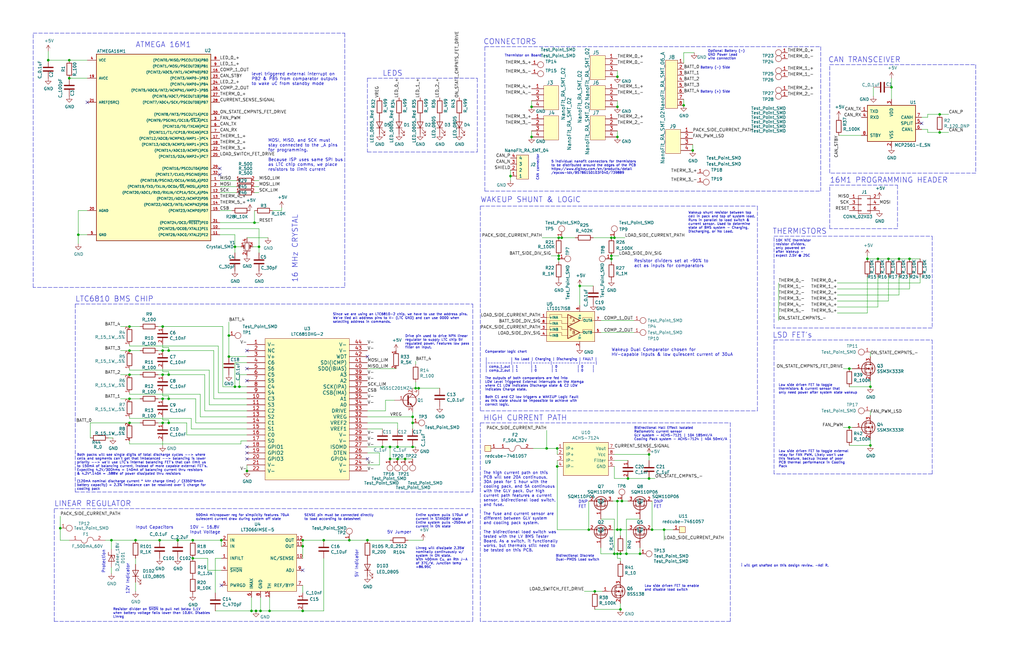
<source format=kicad_sch>
(kicad_sch (version 20211123) (generator eeschema)
  (paper "B")
  (title_block (title "OEM Project Template") (date "2021-09-07") (rev "1") (company "Olin Electric Motorsports") (comment 1 "Adi Ramachandran"))
  (junction (at 261.62 233.68))
  (junction (at 71.12 158.115))
  (junction (at 235.585 107.95))
  (junction (at 67.31 227.965))
  (junction (at 81.28 235.585))
  (junction (at 280.035 223.52))
  (junction (at 99.06 163.195))
  (junction (at 164.465 188.595))
  (junction (at 234.95 196.85))
  (junction (at 136.525 227.965))
  (junction (at 234.95 189.23))
  (junction (at 292.1 63.5))
  (junction (at 104.14 198.755))
  (junction (at 20.32 25.4))
  (junction (at 264.795 201.93))
  (junction (at 71.12 147.955))
  (junction (at 54.61 158.115))
  (junction (at 68.58 178.435))
  (junction (at 29.21 25.4))
  (junction (at 99.06 104.14))
  (junction (at 154.94 227.965))
  (junction (at 250.825 249.555))
  (junction (at 81.28 227.965))
  (junction (at 374.65 109.22))
  (junction (at 269.875 233.68))
  (junction (at 107.315 93.98))
  (junction (at 235.585 100.33))
  (junction (at 54.61 168.275))
  (junction (at 161.29 188.595))
  (junction (at 259.08 100.33))
  (junction (at 215.265 74.295))
  (junction (at 288.29 44.45))
  (junction (at 54.61 137.795))
  (junction (at 71.12 178.435))
  (junction (at 259.08 233.68))
  (junction (at 260.35 32.385))
  (junction (at 260.35 223.52))
  (junction (at 358.14 155.575))
  (junction (at 29.21 33.02))
  (junction (at 370.205 109.22))
  (junction (at 68.58 168.275))
  (junction (at 173.99 178.435))
  (junction (at 173.99 188.595))
  (junction (at 365.76 109.22))
  (junction (at 100.965 163.195))
  (junction (at 93.345 227.965))
  (junction (at 257.81 100.33))
  (junction (at 113.665 257.81))
  (junction (at 54.61 178.435))
  (junction (at 57.15 227.965))
  (junction (at 230.505 189.23))
  (junction (at 273.685 191.77))
  (junction (at 167.64 188.595))
  (junction (at 224.155 57.785))
  (junction (at 106.045 257.81))
  (junction (at 248.285 223.52))
  (junction (at 176.53 163.83))
  (junction (at 375.92 36.83))
  (junction (at 396.24 55.88))
  (junction (at 173.99 175.895))
  (junction (at 33.02 99.06))
  (junction (at 261.62 223.52))
  (junction (at 260.35 211.455))
  (junction (at 96.52 150.495))
  (junction (at 127.635 227.965))
  (junction (at 244.475 120.65))
  (junction (at 74.93 227.965))
  (junction (at 257.81 107.95))
  (junction (at 224.155 45.085))
  (junction (at 109.855 257.81))
  (junction (at 107.95 257.81))
  (junction (at 261.62 257.175))
  (junction (at 260.35 57.785))
  (junction (at 367.03 163.195))
  (junction (at 170.815 193.675))
  (junction (at 25.4 222.885))
  (junction (at 358.14 180.34))
  (junction (at 54.61 147.955))
  (junction (at 260.35 45.085))
  (junction (at 175.26 163.83))
  (junction (at 396.24 48.26))
  (junction (at 46.99 227.965))
  (junction (at 235.585 109.22))
  (junction (at 68.58 158.115))
  (junction (at 262.255 211.455))
  (junction (at 167.64 193.675))
  (junction (at 127.635 230.505))
  (junction (at 68.58 137.795))
  (junction (at 367.03 187.96))
  (junction (at 236.855 100.33))
  (junction (at 71.12 168.275))
  (junction (at 260.35 233.68))
  (junction (at 264.16 233.68))
  (junction (at 127.635 257.81))
  (junction (at 274.955 223.52))
  (junction (at 383.54 109.22))
  (junction (at 164.465 193.675))
  (junction (at 109.22 104.14))
  (junction (at 68.58 147.955))
  (junction (at 379.095 109.22))
  (junction (at 96.52 141.605))
  (junction (at 257.81 109.22))
  (junction (at 273.685 201.93))
  (junction (at 147.32 227.965))
  (no_connect (at 388.62 52.07))
  (no_connect (at 154.94 193.675))
  (no_connect (at 93.345 247.015))
  (no_connect (at 104.14 188.595))
  (no_connect (at 104.14 193.675))
  (no_connect (at 127.635 240.665))
  (no_connect (at 92.71 71.12))
  (no_connect (at 104.14 191.135))
  (no_connect (at 36.83 43.18))
  (no_connect (at 92.71 73.66))
  (no_connect (at 154.94 150.495))
  (no_connect (at 104.14 160.655))
  (no_connect (at 104.14 147.955))
  (no_connect (at 104.14 155.575))
  (wire (pts (xy 224.155 55.245) (xy 224.155 57.785)))
  (polyline (pts (xy 22.86 262.255) (xy 199.39 262.255)))
  (polyline (pts (xy 201.295 33.02) (xy 201.295 64.135)))
  (wire (pts (xy 87.63 235.585) (xy 81.28 235.585)))
  (wire (pts (xy 162.56 168.91) (xy 166.37 168.91)))
  (wire (pts (xy 388.62 54.61) (xy 391.16 54.61)))
  (wire (pts (xy 353.06 132.08) (xy 365.76 132.08)))
  (wire (pts (xy 86.36 173.355) (xy 104.14 173.355)))
  (wire (pts (xy 50.8 158.115) (xy 54.61 158.115)))
  (polyline (pts (xy 199.39 128.27) (xy 199.39 207.645)))
  (wire (pts (xy 388.62 49.53) (xy 391.16 49.53)))
  (wire (pts (xy 86.36 158.115) (xy 86.36 173.355)))
  (wire (pts (xy 71.12 156.845) (xy 71.12 158.115)))
  (wire (pts (xy 260.35 211.455) (xy 262.255 211.455)))
  (polyline (pts (xy 202.565 86.995) (xy 202.565 173.355)))
  (wire (pts (xy 99.06 99.06) (xy 92.71 99.06)))
  (wire (pts (xy 260.35 223.52) (xy 260.35 211.455)))
  (wire (pts (xy 101.6 186.055) (xy 104.14 186.055)))
  (wire (pts (xy 173.99 175.895) (xy 173.99 178.435)))
  (wire (pts (xy 92.71 76.2) (xy 99.695 76.2)))
  (wire (pts (xy 260.35 233.68) (xy 260.35 235.585)))
  (polyline (pts (xy 154.94 64.135) (xy 201.295 64.135)))
  (wire (pts (xy 353.695 57.15) (xy 363.22 57.15)))
  (wire (pts (xy 246.38 249.555) (xy 250.825 249.555)))
  (wire (pts (xy 280.035 223.52) (xy 280.035 227.965)))
  (wire (pts (xy 234.95 189.23) (xy 234.95 191.77)))
  (wire (pts (xy 292.1 63.5) (xy 292.1 60.96)))
  (wire (pts (xy 92.075 165.735) (xy 104.14 165.735)))
  (wire (pts (xy 365.76 109.22) (xy 370.205 109.22)))
  (wire (pts (xy 54.61 155.575) (xy 54.61 156.21)))
  (wire (pts (xy 67.31 227.965) (xy 74.93 227.965)))
  (wire (pts (xy 57.15 235.585) (xy 57.15 238.125)))
  (wire (pts (xy 154.94 227.965) (xy 164.465 227.965)))
  (wire (pts (xy 164.465 188.595) (xy 167.64 188.595)))
  (wire (pts (xy 106.045 257.81) (xy 107.95 257.81)))
  (wire (pts (xy 106.68 104.14) (xy 109.22 104.14)))
  (wire (pts (xy 104.14 196.215) (xy 104.14 198.755)))
  (wire (pts (xy 160.02 191.135) (xy 160.02 196.215)))
  (wire (pts (xy 93.98 137.795) (xy 93.98 163.195)))
  (wire (pts (xy 66.675 158.115) (xy 68.58 158.115)))
  (polyline (pts (xy 199.39 214.63) (xy 199.39 262.255)))
  (wire (pts (xy 54.61 145.415) (xy 54.61 146.05)))
  (wire (pts (xy 104.14 100.33) (xy 113.03 100.33)))
  (wire (pts (xy 54.61 158.115) (xy 59.055 158.115)))
  (wire (pts (xy 250.825 257.175) (xy 261.62 257.175)))
  (polyline (pts (xy 31.75 128.27) (xy 31.75 207.645)))
  (wire (pts (xy 88.265 156.21) (xy 88.265 170.815)))
  (wire (pts (xy 25.4 217.805) (xy 25.4 222.885)))
  (wire (pts (xy 358.14 187.96) (xy 367.03 187.96)))
  (wire (pts (xy 99.06 153.035) (xy 99.06 163.195)))
  (wire (pts (xy 99.06 106.68) (xy 99.06 104.14)))
  (wire (pts (xy 161.29 188.595) (xy 164.465 188.595)))
  (wire (pts (xy 264.795 201.93) (xy 273.685 201.93)))
  (wire (pts (xy 96.52 150.495) (xy 96.52 141.605)))
  (wire (pts (xy 167.64 193.675) (xy 170.815 193.675)))
  (wire (pts (xy 167.64 188.595) (xy 173.99 188.595)))
  (wire (pts (xy 50.8 168.275) (xy 54.61 168.275)))
  (wire (pts (xy 175.26 163.83) (xy 176.53 163.83)))
  (wire (pts (xy 90.805 257.81) (xy 106.045 257.81)))
  (wire (pts (xy 68.58 167.005) (xy 71.12 167.005)))
  (wire (pts (xy 109.22 76.2) (xy 107.315 76.2)))
  (wire (pts (xy 36.83 99.06) (xy 33.02 99.06)))
  (wire (pts (xy 365.76 109.22) (xy 365.76 107.95)))
  (polyline (pts (xy 393.065 143.51) (xy 393.065 200.025)))
  (polyline (pts (xy 202.565 178.435) (xy 307.975 178.435)))
  (polyline (pts (xy 326.39 138.43) (xy 326.39 99.695)))
  (wire (pts (xy 365.76 132.08) (xy 365.76 116.84)))
  (wire (pts (xy 353.06 124.46) (xy 379.095 124.46)))
  (wire (pts (xy 374.65 127) (xy 353.06 127)))
  (wire (pts (xy 257.81 107.95) (xy 257.81 109.22)))
  (wire (pts (xy 127.635 230.505) (xy 127.635 227.965)))
  (wire (pts (xy 288.29 22.225) (xy 292.735 22.225)))
  (wire (pts (xy 45.72 184.785) (xy 47.625 184.785)))
  (wire (pts (xy 104.14 158.115) (xy 100.965 158.115)))
  (wire (pts (xy 355.6 155.575) (xy 358.14 155.575)))
  (polyline (pts (xy 378.46 96.52) (xy 349.885 96.52)))
  (wire (pts (xy 96.52 150.495) (xy 104.14 150.495)))
  (wire (pts (xy 109.22 96.52) (xy 92.71 96.52)))
  (wire (pts (xy 29.21 25.4) (xy 36.83 25.4)))
  (wire (pts (xy 74.93 227.965) (xy 81.28 227.965)))
  (polyline (pts (xy 307.975 262.255) (xy 202.565 262.255)))
  (wire (pts (xy 154.94 155.575) (xy 167.005 155.575)))
  (wire (pts (xy 263.525 100.33) (xy 259.08 100.33)))
  (polyline (pts (xy 202.565 173.355) (xy 319.405 173.355)))
  (wire (pts (xy 82.55 168.275) (xy 82.55 178.435)))
  (wire (pts (xy 253.365 135.255) (xy 267.335 135.255)))
  (wire (pts (xy 78.74 183.515) (xy 104.14 183.515)))
  (wire (pts (xy 71.12 158.115) (xy 86.36 158.115)))
  (wire (pts (xy 154.94 191.135) (xy 160.02 191.135)))
  (wire (pts (xy 262.255 211.455) (xy 264.795 211.455)))
  (polyline (pts (xy 349.885 73.025) (xy 349.885 27.305)))
  (wire (pts (xy 46.99 227.965) (xy 57.15 227.965)))
  (wire (pts (xy 375.92 36.83) (xy 375.92 33.02)))
  (wire (pts (xy 250.19 100.33) (xy 257.81 100.33)))
  (wire (pts (xy 109.22 104.14) (xy 109.22 106.68)))
  (wire (pts (xy 260.35 29.845) (xy 260.35 32.385)))
  (wire (pts (xy 253.365 233.68) (xy 259.08 233.68)))
  (wire (pts (xy 235.585 107.95) (xy 235.585 109.22)))
  (wire (pts (xy 118.745 88.9) (xy 118.745 87.63)))
  (wire (pts (xy 80.645 180.975) (xy 80.645 176.53)))
  (wire (pts (xy 235.585 107.95) (xy 232.41 107.95)))
  (polyline (pts (xy 349.885 27.305) (xy 411.48 27.305)))
  (wire (pts (xy 175.26 163.83) (xy 175.26 161.29)))
  (wire (pts (xy 104.14 178.435) (xy 82.55 178.435)))
  (wire (pts (xy 88.265 170.815) (xy 104.14 170.815)))
  (wire (pts (xy 93.345 240.665) (xy 87.63 240.665)))
  (wire (pts (xy 92.075 146.05) (xy 92.075 165.735)))
  (wire (pts (xy 90.17 168.275) (xy 104.14 168.275)))
  (wire (pts (xy 68.58 178.435) (xy 71.12 178.435)))
  (wire (pts (xy 264.16 233.68) (xy 269.875 233.68)))
  (wire (pts (xy 257.81 107.95) (xy 260.985 107.95)))
  (polyline (pts (xy 393.065 200.025) (xy 326.39 200.025)))
  (wire (pts (xy 391.16 48.26) (xy 396.24 48.26)))
  (wire (pts (xy 107.315 88.9) (xy 107.315 93.98)))
  (wire (pts (xy 93.345 230.505) (xy 93.345 227.965)))
  (wire (pts (xy 68.58 146.685) (xy 71.12 146.685)))
  (wire (pts (xy 90.17 147.955) (xy 90.17 168.275)))
  (wire (pts (xy 68.58 177.165) (xy 71.12 177.165)))
  (wire (pts (xy 248.285 223.52) (xy 234.95 223.52)))
  (wire (pts (xy 370.205 129.54) (xy 370.205 116.84)))
  (wire (pts (xy 236.855 100.33) (xy 235.585 100.33)))
  (polyline (pts (xy 31.75 128.27) (xy 199.39 128.27)))
  (polyline (pts (xy 393.065 138.43) (xy 326.39 138.43)))
  (wire (pts (xy 113.665 252.095) (xy 113.665 257.81)))
  (wire (pts (xy 54.61 156.21) (xy 88.265 156.21)))
  (wire (pts (xy 328.295 119.38) (xy 328.295 135.255)))
  (wire (pts (xy 71.12 177.165) (xy 71.12 178.435)))
  (wire (pts (xy 173.99 163.83) (xy 175.26 163.83)))
  (wire (pts (xy 107.315 93.98) (xy 109.22 93.98)))
  (wire (pts (xy 33.02 99.06) (xy 33.02 88.9)))
  (wire (pts (xy 154.94 178.435) (xy 167.64 178.435)))
  (wire (pts (xy 230.505 189.23) (xy 234.95 189.23)))
  (wire (pts (xy 274.955 211.455) (xy 274.955 223.52)))
  (wire (pts (xy 224.155 42.545) (xy 224.155 45.085)))
  (wire (pts (xy 175.26 153.67) (xy 175.26 152.4)))
  (polyline (pts (xy 22.86 214.63) (xy 199.39 214.63)))
  (wire (pts (xy 38.1 178.435) (xy 54.61 178.435)))
  (polyline (pts (xy 202.565 178.435) (xy 202.565 262.255)))
  (wire (pts (xy 54.61 166.37) (xy 84.455 166.37)))
  (wire (pts (xy 100.965 163.195) (xy 104.14 163.195)))
  (wire (pts (xy 107.315 78.74) (xy 109.22 78.74)))
  (wire (pts (xy 25.4 227.965) (xy 29.21 227.965)))
  (wire (pts (xy 260.35 233.68) (xy 261.62 233.68)))
  (wire (pts (xy 244.475 120.65) (xy 250.19 120.65)))
  (wire (pts (xy 101.6 187.325) (xy 101.6 186.055)))
  (wire (pts (xy 136.525 227.965) (xy 147.32 227.965)))
  (wire (pts (xy 167.64 178.435) (xy 167.64 180.975)))
  (polyline (pts (xy 202.565 86.995) (xy 319.405 86.995)))
  (polyline (pts (xy 154.94 33.02) (xy 201.295 33.02)))
  (wire (pts (xy 167.64 193.675) (xy 164.465 193.675)))
  (wire (pts (xy 33.02 88.9) (xy 36.83 88.9)))
  (wire (pts (xy 172.085 227.965) (xy 178.435 227.965)))
  (wire (pts (xy 160.02 196.215) (xy 154.94 196.215)))
  (wire (pts (xy 38.1 178.435) (xy 38.1 184.785)))
  (wire (pts (xy 20.32 25.4) (xy 29.21 25.4)))
  (wire (pts (xy 273.685 201.93) (xy 276.225 201.93)))
  (wire (pts (xy 66.675 168.275) (xy 68.58 168.275)))
  (wire (pts (xy 114.935 88.9) (xy 118.745 88.9)))
  (polyline (pts (xy 349.885 78.105) (xy 378.46 78.105)))
  (wire (pts (xy 99.06 104.14) (xy 101.6 104.14)))
  (wire (pts (xy 54.61 168.275) (xy 59.055 168.275)))
  (wire (pts (xy 288.29 41.91) (xy 288.29 44.45)))
  (wire (pts (xy 46.99 239.395) (xy 46.99 241.935)))
  (wire (pts (xy 96.52 135.89) (xy 96.52 141.605)))
  (wire (pts (xy 113.665 257.81) (xy 127.635 257.81)))
  (wire (pts (xy 367.03 150.495) (xy 367.03 148.59)))
  (wire (pts (xy 257.81 109.22) (xy 257.81 110.49)))
  (wire (pts (xy 25.4 222.885) (xy 25.4 227.965)))
  (wire (pts (xy 358.14 163.195) (xy 367.03 163.195)))
  (wire (pts (xy 107.315 81.28) (xy 109.22 81.28)))
  (wire (pts (xy 367.03 175.26) (xy 367.03 173.355)))
  (wire (pts (xy 235.585 100.33) (xy 228.6 100.33)))
  (wire (pts (xy 164.465 193.675) (xy 164.465 188.595)))
  (wire (pts (xy 259.08 100.33) (xy 257.81 100.33)))
  (wire (pts (xy 260.35 55.245) (xy 260.35 57.785)))
  (wire (pts (xy 84.455 175.895) (xy 104.14 175.895)))
  (wire (pts (xy 234.95 196.85) (xy 234.95 223.52)))
  (wire (pts (xy 68.58 155.575) (xy 68.58 156.845)))
  (wire (pts (xy 92.71 78.74) (xy 99.695 78.74)))
  (wire (pts (xy 99.06 104.14) (xy 99.06 99.06)))
  (polyline (pts (xy 145.415 121.285) (xy 13.97 121.285)))
  (wire (pts (xy 66.675 137.795) (xy 68.58 137.795)))
  (wire (pts (xy 259.08 194.31) (xy 264.795 194.31)))
  (wire (pts (xy 260.35 223.52) (xy 261.62 223.52)))
  (wire (pts (xy 68.58 165.735) (xy 68.58 167.005)))
  (wire (pts (xy 253.365 140.335) (xy 267.335 140.335)))
  (wire (pts (xy 54.61 146.05) (xy 92.075 146.05)))
  (wire (pts (xy 259.08 196.85) (xy 259.08 201.93)))
  (polyline (pts (xy 204.47 19.685) (xy 204.47 80.645)))
  (wire (pts (xy 54.61 175.895) (xy 54.61 176.53)))
  (wire (pts (xy 280.035 223.52) (xy 283.845 223.52)))
  (polyline (pts (xy 154.94 33.02) (xy 154.94 64.135)))
  (wire (pts (xy 374.65 127) (xy 374.65 116.84)))
  (wire (pts (xy 99.06 163.195) (xy 100.965 163.195)))
  (wire (pts (xy 234.95 194.31) (xy 234.95 196.85)))
  (wire (pts (xy 162.56 173.355) (xy 162.56 168.91)))
  (wire (pts (xy 367.03 160.655) (xy 367.03 163.195)))
  (wire (pts (xy 68.58 187.96) (xy 68.58 186.055)))
  (wire (pts (xy 68.58 137.795) (xy 93.98 137.795)))
  (wire (pts (xy 387.985 119.38) (xy 387.985 116.84)))
  (wire (pts (xy 50.8 137.795) (xy 54.61 137.795)))
  (wire (pts (xy 106.045 252.095) (xy 106.045 257.81)))
  (wire (pts (xy 259.08 233.68) (xy 260.35 233.68)))
  (wire (pts (xy 78.74 178.435) (xy 78.74 183.515)))
  (wire (pts (xy 374.65 109.22) (xy 379.095 109.22)))
  (polyline (pts (xy 22.86 262.255) (xy 22.86 214.63)))
  (wire (pts (xy 33.02 102.87) (xy 33.02 99.06)))
  (wire (pts (xy 261.62 233.68) (xy 264.16 233.68)))
  (wire (pts (xy 273.685 191.77) (xy 273.685 194.31)))
  (wire (pts (xy 154.94 175.895) (xy 173.99 175.895)))
  (wire (pts (xy 260.35 42.545) (xy 260.35 45.085)))
  (wire (pts (xy 269.875 219.075) (xy 264.16 219.075)))
  (wire (pts (xy 379.095 109.22) (xy 383.54 109.22)))
  (wire (pts (xy 379.095 124.46) (xy 379.095 116.84)))
  (wire (pts (xy 127.635 257.81) (xy 136.525 257.81)))
  (polyline (pts (xy 307.975 178.435) (xy 307.975 262.255)))
  (wire (pts (xy 261.62 223.52) (xy 264.795 223.52)))
  (wire (pts (xy 259.08 201.93) (xy 264.795 201.93)))
  (wire (pts (xy 80.645 180.975) (xy 104.14 180.975)))
  (polyline (pts (xy 411.48 27.305) (xy 411.48 73.025)))
  (wire (pts (xy 224.79 189.23) (xy 230.505 189.23)))
  (wire (pts (xy 368.3 36.83) (xy 368.3 40.64)))
  (wire (pts (xy 391.16 54.61) (xy 391.16 55.88)))
  (wire (pts (xy 173.99 178.435) (xy 173.99 180.975)))
  (polyline (pts (xy 346.075 19.685) (xy 346.075 80.645)))
  (wire (pts (xy 230.505 181.61) (xy 230.505 189.23)))
  (wire (pts (xy 248.285 211.455) (xy 248.285 223.52)))
  (wire (pts (xy 370.205 129.54) (xy 353.06 129.54)))
  (polyline (pts (xy 145.415 13.97) (xy 145.415 121.285)))
  (wire (pts (xy 90.805 235.585) (xy 90.805 250.19)))
  (wire (pts (xy 261.62 254.635) (xy 261.62 257.175)))
  (wire (pts (xy 100.965 158.115) (xy 100.965 163.195)))
  (wire (pts (xy 109.855 257.81) (xy 109.855 252.095)))
  (wire (pts (xy 109.855 257.81) (xy 113.665 257.81)))
  (wire (pts (xy 253.365 231.14) (xy 253.365 233.68)))
  (wire (pts (xy 92.71 81.28) (xy 99.695 81.28)))
  (wire (pts (xy 20.32 21.59) (xy 20.32 25.4)))
  (polyline (pts (xy 326.39 99.695) (xy 393.065 99.695)))
  (polyline (pts (xy 13.97 121.285) (xy 13.97 13.97)))
  (wire (pts (xy 242.57 100.33) (xy 236.855 100.33)))
  (wire (pts (xy 71.12 147.955) (xy 90.17 147.955)))
  (wire (pts (xy 81.28 227.965) (xy 93.345 227.965)))
  (wire (pts (xy 127.635 235.585) (xy 127.635 230.505)))
  (wire (pts (xy 355.6 180.34) (xy 358.14 180.34)))
  (wire (pts (xy 54.61 176.53) (xy 80.645 176.53)))
  (wire (pts (xy 66.675 147.955) (xy 68.58 147.955)))
  (wire (pts (xy 127.635 250.19) (xy 127.635 247.015)))
  (wire (pts (xy 92.71 93.98) (xy 107.315 93.98)))
  (wire (pts (xy 54.61 147.955) (xy 59.055 147.955)))
  (wire (pts (xy 147.32 227.965) (xy 154.94 227.965)))
  (wire (pts (xy 396.24 48.26) (xy 400.05 48.26)))
  (wire (pts (xy 46.99 231.775) (xy 46.99 227.965)))
  (wire (pts (xy 71.12 178.435) (xy 78.74 178.435)))
  (wire (pts (xy 259.08 219.075) (xy 259.08 233.68)))
  (wire (pts (xy 68.58 168.275) (xy 71.12 168.275)))
  (wire (pts (xy 71.12 146.685) (xy 71.12 147.955)))
  (wire (pts (xy 68.58 147.955) (xy 71.12 147.955)))
  (wire (pts (xy 261.62 235.585) (xy 261.62 236.855)))
  (wire (pts (xy 36.83 33.02) (xy 29.21 33.02)))
  (wire (pts (xy 383.54 109.22) (xy 387.985 109.22)))
  (wire (pts (xy 375.92 41.91) (xy 375.92 36.83)))
  (wire (pts (xy 50.8 147.955) (xy 54.61 147.955)))
  (wire (pts (xy 173.99 188.595) (xy 175.26 188.595)))
  (wire (pts (xy 244.475 120.65) (xy 244.475 128.905)))
  (wire (pts (xy 353.06 121.92) (xy 383.54 121.92)))
  (wire (pts (xy 264.16 219.075) (xy 264.16 233.68)))
  (wire (pts (xy 250.825 249.555) (xy 254 249.555)))
  (wire (pts (xy 68.58 158.115) (xy 71.12 158.115)))
  (wire (pts (xy 107.95 257.81) (xy 109.855 257.81)))
  (wire (pts (xy 104.14 153.035) (xy 99.06 153.035)))
  (wire (pts (xy 170.815 193.675) (xy 173.99 193.675)))
  (wire (pts (xy 358.14 180.34) (xy 359.41 180.34)))
  (wire (pts (xy 215.265 71.755) (xy 215.265 74.295)))
  (wire (pts (xy 258.445 223.52) (xy 260.35 223.52)))
  (wire (pts (xy 68.58 156.845) (xy 71.12 156.845)))
  (wire (pts (xy 57.15 227.965) (xy 67.31 227.965)))
  (wire (pts (xy 154.94 188.595) (xy 161.29 188.595)))
  (polyline (pts (xy 378.46 78.105) (xy 378.46 96.52)))
  (wire (pts (xy 154.94 173.355) (xy 162.56 173.355)))
  (wire (pts (xy 87.63 240.665) (xy 87.63 235.585)))
  (wire (pts (xy 54.61 165.735) (xy 54.61 166.37)))
  (wire (pts (xy 57.15 245.745) (xy 57.15 249.555)))
  (wire (pts (xy 71.12 167.005) (xy 71.12 168.275)))
  (wire (pts (xy 44.45 227.965) (xy 46.99 227.965)))
  (wire (pts (xy 260.35 235.585) (xy 261.62 235.585)))
  (wire (pts (xy 93.345 235.585) (xy 90.805 235.585)))
  (wire (pts (xy 92.71 88.9) (xy 97.79 88.9)))
  (wire (pts (xy 396.24 55.88) (xy 400.05 55.88)))
  (wire (pts (xy 370.205 109.22) (xy 374.65 109.22)))
  (wire (pts (xy 253.365 219.075) (xy 259.08 219.075)))
  (wire (pts (xy 84.455 166.37) (xy 84.455 175.895)))
  (wire (pts (xy 136.525 257.81) (xy 136.525 235.585)))
  (polyline (pts (xy 393.065 99.695) (xy 393.065 138.43)))
  (wire (pts (xy 71.12 168.275) (xy 82.55 168.275)))
  (wire (pts (xy 358.14 155.575) (xy 359.41 155.575)))
  (wire (pts (xy 109.22 104.14) (xy 109.22 96.52)))
  (wire (pts (xy 54.61 137.795) (xy 59.055 137.795)))
  (wire (pts (xy 274.955 223.52) (xy 280.035 223.52)))
  (wire (pts (xy 68.58 175.895) (xy 68.58 177.165)))
  (wire (pts (xy 176.53 163.83) (xy 185.42 163.83)))
  (wire (pts (xy 367.03 185.42) (xy 367.03 187.96)))
  (wire (pts (xy 68.58 145.415) (xy 68.58 146.685)))
  (wire (pts (xy 391.16 55.88) (xy 396.24 55.88)))
  (wire (pts (xy 288.29 26.67) (xy 288.29 22.225)))
  (polyline (pts (xy 204.47 80.645) (xy 346.075 80.645)))
  (polyline (pts (xy 319.405 173.355) (xy 319.405 86.995)))
  (wire (pts (xy 93.98 163.195) (xy 99.06 163.195)))
  (wire (pts (xy 269.875 231.14) (xy 269.875 233.68)))
  (polyline (pts (xy 13.97 13.97) (xy 145.415 13.97)))
  (wire (pts (xy 127.635 227.965) (xy 136.525 227.965)))
  (wire (pts (xy 54.61 187.325) (xy 101.6 187.325)))
  (polyline (pts (xy 349.885 96.52) (xy 349.885 78.105)))
  (wire (pts (xy 54.61 186.055) (xy 54.61 187.325)))
  (wire (pts (xy 391.16 49.53) (xy 391.16 48.26)))
  (polyline (pts (xy 411.48 73.025) (xy 349.885 73.025)))
  (wire (pts (xy 154.94 180.975) (xy 161.29 180.975)))
  (wire (pts (xy 54.61 178.435) (xy 59.055 178.435)))
  (polyline (pts (xy 31.75 207.645) (xy 199.39 207.645)))
  (wire (pts (xy 235.585 109.22) (xy 235.585 110.49)))
  (wire (pts (xy 353.06 119.38) (xy 387.985 119.38)))
  (wire (pts (xy 173.99 175.895) (xy 173.99 173.99)))
  (wire (pts (xy 258.445 211.455) (xy 260.35 211.455)))
  (polyline (pts (xy 326.39 143.51) (xy 326.39 200.025)))
  (wire (pts (xy 383.54 121.92) (xy 383.54 116.84)))
  (polyline (pts (xy 204.47 19.685) (xy 346.075 19.685)))
  (wire (pts (xy 66.675 178.435) (xy 68.58 178.435)))
  (wire (pts (xy 215.265 74.295) (xy 215.265 76.2)))
  (wire (pts (xy 259.08 191.77) (xy 273.685 191.77)))
  (polyline (pts (xy 326.39 143.51) (xy 393.065 143.51)))
  (wire (pts (xy 261.62 223.52) (xy 261.62 226.06)))
  (text "LSD FET's" (at 325.755 142.875 0) (effects (font (size 2.2606 2.2606)) (justify left bottom)))
  (text "5V Jumper\n" (at 163.195 225.425 0) (effects (font (size 1.27 1.27)) (justify left bottom)))
  (text "Bidirectional Discrete \nDual-PMOS Load switch" (at 234.315 236.855 0) (effects (font (size 0.9906 0.9906)) (justify left bottom)))
  (text "The high current path on this \nPCB will see 20A continuous, \n30A peak for 1 hour with the \ncooling pack, and 5A continuous \nwith the GLV pack. Our high \ncurrent path features a current \nsensor, bidirectional load switch, \nand fuse.  \n\nThe fuse and current sensor are \ndifferent between GLV system \nand cooling pack system. \n\nThe bidirectional load switch was \ntested with the LV BMS Tester \nBoard. As a switch, it functionally \nworks, but thermals still need to \nbe tested on this PCB.  " (at 203.835 233.045 0) (effects (font (size 1.1938 1.1938)) (justify left bottom)))
  (text "Battery (-) Side" (at 295.275 29.21 0) (effects (font (size 0.9906 0.9906)) (justify left bottom)))
  (text "CAN TRANSCEIVER\n" (at 349.25 26.67 0) (effects (font (size 2.2606 2.2606)) (justify left bottom)))
  (text "~{I} will get shafted on this design review.~{} -Adi R." (at 312.42 239.395 0) (effects (font (size 0.9906 0.9906)) (justify left bottom)))
  (text "DNP\nFET" (at 275.59 214.63 0) (effects (font (size 1.27 1.27)) (justify left bottom)))
  (text "Both packs will see single digits of total discharge cycles --> where\ncells and segments can't get that imbalanced --> balancing is lower\npriority --> we'll use LTC's internal balancing FET's that can limit us \nto 150mA of balancing current, instead of more capable external FET's. \nExpecting 4.2V/30Ohms = 140mA of balancing current thru resistors\n& 4.2V*.140A = .588W of power dissipated thru resistors\n\n(120mA nominal discharge current * 4Hr charge time) / (3350*6mAh\nbattery capacity) = 2.3% imbalance can be resolved over 1 charge for \ncooling pack" (at 32.385 207.01 0) (effects (font (size 0.9906 0.9906)) (justify left bottom)))
  (text "DNP\nFET" (at 243.84 214.63 0) (effects (font (size 1.27 1.27)) (justify left bottom)))
  (text "level triggered external interrupt on \nPB2 & PB5 from comparator outputs\nto wake uC from standby mode\n" (at 106.045 36.195 0) (effects (font (size 1.27 1.27)) (justify left bottom)))
  (text "Since we are using an LTC6810-2 chip, we have to use the address pins.\nWe've tied all address pins to V- (LTC GND) and can use 0000 when\nselecting address in commands." (at 140.335 136.525 0) (effects (font (size 0.9906 0.9906)) (justify left bottom)))
  (text "Thermistor on Board" (at 212.725 24.13 0) (effects (font (size 0.9906 0.9906)) (justify left bottom)))
  (text "Bidirectional Hall Effect Isolated \nRatiometric current sensor \nGLV system - ACHS-7121 | 10A 185mV/A\nCooling Pack system - ACHS-7124 | 40A 50mV/A" (at 267.335 186.055 0) (effects (font (size 0.9906 0.9906)) (justify left bottom)))
  (text "Battery (+) Side" (at 295.275 39.37 0) (effects (font (size 0.9906 0.9906)) (justify left bottom)))
  (text "THERMISTORS" (at 325.755 99.06 0) (effects (font (size 2.2606 2.2606)) (justify left bottom)))
  (text "12V Indicator" (at 54.61 250.825 90) (effects (font (size 1.27 1.27)) (justify left bottom)))
  (text "Resistor dividers set at ~90% to \nact as inputs for comparators " (at 267.335 113.03 0) (effects (font (size 1.27 1.27)) (justify left bottom)))
  (text "10V - 16.8V \nInput Voltage" (at 80.01 225.425 0) (effects (font (size 1.27 1.27)) (justify left bottom)))
  (text "Low side driven FET to toggle \nthermistors & current sensor that\nonly need power after system state wakeup" (at 328.295 166.37 0) (effects (font (size 0.9906 0.9906)) (justify left bottom)))
  (text "MOSI, MISO, and SCK must\nstay connected to the _A pins\nfor programming.\n\nBecause ISP uses same SPI bus \nas LTC chip comms, we place \nresistors to limit current " (at 113.03 72.39 0) (effects (font (size 1.27 1.27)) (justify left bottom)))
  (text "Wakeup shunt resistor between top \ncell in pack and top of system load. \nRuns in parallel to load switch &\ncurrent sensor. Used to determine\nstate of BMS system - Charging, \nDischarging, or No Load. " (at 290.195 98.425 0) (effects (font (size 0.9906 0.9906)) (justify left bottom)))
  (text "Comparator logic chart \n\n|             | No Load | Charging | Discharging | FAULT |\n|--------|------|------|---------|-----|\n| comp_1_out | 1       | 1        | 0           | 0     |\n| comp_2_out | 1       | 0        | 1           | 0     |\n\nThe outputs of both comparators are fed into \nLOW Level Triggered External interrupts on the Atemga\nwhere C1 LOW indicates Discharge state & C2 LOW \nindicates Charge state. \n\nBoth C1 and C2 low triggers a WAKEUP Logic Fault \nas this state should be impossible to achieve with \ncorrect logic." (at 204.47 171.45 0) (effects (font (size 0.9906 0.9906)) (justify left bottom)))
  (text "5V Indicator" (at 151.13 243.84 90) (effects (font (size 1.27 1.27)) (justify left bottom)))
  (text "Low side driven FET to toggle external \nrelay for FAN PWM. Likely won't use\nthis feature, backup incase of poor\nPCB thermal performance in Cooling \nPack" (at 328.295 197.485 0) (effects (font (size 0.9906 0.9906)) (justify left bottom)))
  (text "WAKEUP SHUNT & LOGIC" (at 202.565 85.725 0) (effects (font (size 2.2606 2.2606)) (justify left bottom)))
  (text "Protection\n" (at 44.45 241.935 90) (effects (font (size 1.27 1.27)) (justify left bottom)))
  (text "16M1 PROGRAMMING HEADER\n" (at 349.885 77.47 0) (effects (font (size 2.2606 2.2606)) (justify left bottom)))
  (text "Resistor divider on ~{SHDN} to pull net below 1.1V \nwhen battery voltage falls lower than 10.6V. Disables \nLinreg\n" (at 47.625 260.985 0) (effects (font (size 0.9906 0.9906)) (justify left bottom)))
  (text "10K NTC thermistor \nresistor dividers, \nonly powered on \nafter Wakeup - \nexpect 2.5V @ 25C" (at 327.025 108.585 0) (effects (font (size 0.9906 0.9906)) (justify left bottom)))
  (text "CAN connector" (at 227.33 76.2 90) (effects (font (size 0.9906 0.9906)) (justify left bottom)))
  (text "CONNECTORS\n" (at 203.835 19.05 0) (effects (font (size 2.2606 2.2606)) (justify left bottom)))
  (text "Input Capacitors\n\n" (at 57.15 225.425 0) (effects (font (size 1.27 1.27)) (justify left bottom)))
  (text "ATMEGA 16M1\n" (at 57.15 20.32 0) (effects (font (size 2.2606 2.2606)) (justify left bottom)))
  (text "HIGH CURRENT PATH\n" (at 203.835 177.8 0) (effects (font (size 2.2606 2.2606)) (justify left bottom)))
  (text "LEDS" (at 161.29 32.385 0) (effects (font (size 2.2606 2.2606)) (justify left bottom)))
  (text "Entire system pulls 170uA of \ncurrent in STANDBY state\nEntire system pulls ~250mA of \ncurrent in ON state" (at 175.26 222.885 0) (effects (font (size 0.9906 0.9906)) (justify left bottom)))
  (text "Low side driven FET to enable \nand disable load switch" (at 271.78 249.555 0) (effects (font (size 0.9906 0.9906)) (justify left bottom)))
  (text "Linreg will dissipate 2.35W \nnominally continuously w/\nsystem in ON state. \nWith 400mm Cu, an Rth J-A \nof 37C/W, Junction temp \n=86.95C" (at 175.26 240.03 0) (effects (font (size 0.9906 0.9906)) (justify left bottom)))
  (text "SENSE pin must be connected directly \nto load according to datasheet  " (at 128.27 219.71 0) (effects (font (size 0.9906 0.9906)) (justify left bottom)))
  (text "500mA micropower reg for simplicity features 70uA \nquiescent current draw during system off state" (at 82.55 219.71 0) (effects (font (size 0.9906 0.9906)) (justify left bottom)))
  (text "5 individual nanofit connectors for thermistors \nto be distributed around the edges of the PCB\nhttps://www.digikey.com/en/products/detail\n/epcos-tdk/B57861S0103F040/739889" (at 232.41 73.66 0) (effects (font (size 0.9906 0.9906)) (justify left bottom)))
  (text "Wakeup Dual Comparator chosen for\nHV-capable inputs & low quiescent current of 30uA" (at 257.81 150.495 0) (effects (font (size 1.27 1.27)) (justify left bottom)))
  (text "LINEAR REGULATOR\n" (at 22.86 213.995 0) (effects (font (size 2.2606 2.2606)) (justify left bottom)))
  (text "LTC6810 BMS CHIP" (at 31.75 127.635 0) (effects (font (size 2.2606 2.2606)) (justify left bottom)))
  (text "16 MHz CRYSTAL\n" (at 125.73 119.38 90) (effects (font (size 2.2606 2.2606)) (justify left bottom)))
  (text "Optional Battery (-)\nGND Power Lead \nwire connection" (at 298.45 25.4 0) (effects (font (size 0.9906 0.9906)) (justify left bottom)))
  (text "Drive pin used to drive NPN linear \nregulator to supply LTC chip 5V \nregulated power. Features low pass \nfilter on input.  " (at 170.815 147.32 0) (effects (font (size 0.9906 0.9906)) (justify left bottom)))
  (label "MISO_LIM" (at 109.22 76.2 0))
  (label "CSB" (at 92.71 88.9 0))
  (label "ON_STATE_CMPNTS_-" (at 328.295 135.255 0))
  (label "THERM_2_+" (at 332.105 38.1 0))
  (label "CAN_P" (at 215.265 66.675 180))
  (label "MOSI_LIM" (at 154.94 153.035 0))
  (label "V-" (at 104.14 145.415 180))
  (label "THERM_5_+" (at 224.155 27.305 180))
  (label "CURRENT_SENSE_SIGNAL" (at 259.08 189.23 0))
  (label "LOAD_SIDE_CURRENT_PATH" (at 263.525 100.33 0))
  (label "CAN_N" (at 215.265 69.215 180))
  (label "THERM_4_+" (at 224.155 37.465 180))
  (label "LOAD_SIDE_DIV_SIG" (at 260.985 107.95 0))
  (label "LOAD_SIDE_DIV_SIG" (at 227.965 141.605 180))
  (label "COMP_2_OUT" (at 92.71 38.1 0))
  (label "THERM_2_+" (at 92.71 60.96 0))
  (label "CAN_RX" (at 363.22 49.53 180))
  (label "PACK_SIDE_CURRENT_PATH" (at 227.965 139.065 180))
  (label "V-" (at 154.94 196.215 0))
  (label "V-" (at 154.94 147.955 0))
  (label "THERM_4_-" (at 224.155 40.005 180))
  (label "V-" (at 154.94 188.595 0))
  (label "THERM_3_-" (at 294.005 76.835 180))
  (label "V-" (at 154.94 198.755 0))
  (label "LOAD_SIDE_CURRENT_PATH" (at 280.035 227.965 0))
  (label "SCK" (at 92.71 81.28 0))
  (label "THERM_3_+" (at 224.155 50.165 180))
  (label "V-" (at 154.94 158.115 0))
  (label "V-" (at 154.94 183.515 0))
  (label "MOSI" (at 92.71 78.74 0))
  (label "BATT_SIDE_DIV_SIG" (at 232.41 107.95 180))
  (label "CSB" (at 154.94 165.735 0))
  (label "THERM_1_+" (at 260.35 37.465 0))
  (label "SCK_LIM" (at 109.22 81.28 0))
  (label "PACK_SIDE_CURRENT_PATH" (at 25.4 217.805 0))
  (label "THERM_2_-" (at 328.295 124.46 0))
  (label "BATT_4" (at 175.26 152.4 0))
  (label "BATT_4" (at 96.52 135.89 0))
  (label "BATT_2" (at 50.8 158.115 180))
  (label "THERM_1_+" (at 332.105 29.845 0))
  (label "MISO" (at 358.14 83.82 180))
  (label "SCK_LIM" (at 154.94 163.195 0))
  (label "THERM_3_+" (at 353.06 127 180))
  (label "BATT_1" (at 288.29 31.75 0))
  (label "CAN_STBY" (at 353.695 57.15 270))
  (label "CAN_STBY" (at 92.71 33.02 0))
  (label "THERM_1_+" (at 92.71 58.42 0))
  (label "THERM_2_+" (at 353.06 124.46 180))
  (label "PACK_SIDE_CURRENT_PATH" (at 292.1 55.88 0))
  (label "MISO_LIM" (at 154.94 155.575 0))
  (label "FAN_PWM" (at 355.6 180.34 180))
  (label "LOAD_SWITCH_FET_DRIVE" (at 246.38 249.555 180))
  (label "SHIELD" (at 215.265 71.755 180))
  (label "CAN_P" (at 400.05 48.26 0))
  (label "THERM_3_+" (at 92.71 63.5 0))
  (label "THERM_1_+" (at 353.06 121.92 180))
  (label "THERM_3_-" (at 328.295 127 0))
  (label "RESET" (at 109.22 93.98 0))
  (label "THERM_0_+" (at 332.105 22.225 0))
  (label "THERM_5_-" (at 224.155 31.115 180))
  (label "ON_STATE_CMPNTS_FET_DRIVE" (at 193.675 41.275 90))
  (label "LED_1_+" (at 177.165 41.275 90))
  (label "ON_STATE_CMPNTS_FET_DRIVE" (at 92.71 48.26 0))
  (label "V-" (at 154.94 186.055 0))
  (label "THERM_1_-" (at 328.295 121.92 0))
  (label "SCK" (at 358.14 86.36 180))
  (label "THERM_5_+" (at 353.06 132.08 180))
  (label "RESET" (at 358.14 88.9 180))
  (label "THERM_0_-" (at 260.35 27.305 0))
  (label "BATT_0" (at 38.735 178.435 180))
  (label "VREG" (at 164.465 175.895 0))
  (label "THERM_1_-" (at 260.35 40.005 0))
  (label "THERM_0_+" (at 353.06 119.38 180))
  (label "LED_0_+" (at 168.275 41.275 90))
  (label "PACK_SIDE_CURRENT_PATH" (at 228.6 100.33 180))
  (label "CAN_TX" (at 363.22 46.99 180))
  (label "FAN_PWM_LSD" (at 292.1 58.42 0))
  (label "COMP_1_OUT" (at 92.71 30.48 0))
  (label "BATT_0" (at 288.29 29.21 0))
  (label "MOSI" (at 370.84 86.36 0))
  (label "VREG" (at 160.02 41.275 90))
  (label "V-" (at 154.94 168.275 0))
  (label "THERM_3_+" (at 294.005 73.025 180))
  (label "BATT_4" (at 50.8 137.795 180))
  (label "THERM_2_-" (at 260.35 52.705 0))
  (label "BATT_1" (at 50.8 168.275 180))
  (label "V-" (at 104.14 198.755 180))
  (label "BATT_3" (at 288.29 36.83 0))
  (label "LED_1_+" (at 92.71 27.94 0))
  (label "V-" (at 154.94 170.815 0))
  (label "PACK_SIDE_CURRENT_PATH" (at 230.505 181.61 180))
  (label "THERM_0_+" (at 92.71 40.64 0))
  (label "THERM_1_-" (at 332.105 32.385 0))
  (label "V-" (at 154.94 145.415 0))
  (label "BATT_3" (at 50.8 147.955 180))
  (label "COMP_2_OUT" (at 254.635 140.335 0))
  (label "CAN_TX" (at 92.71 53.34 0))
  (label "THERM_5_-" (at 328.295 132.08 0))
  (label "FAN_PWM" (at 92.71 50.8 0))
  (label "THERM_3_-" (at 224.155 52.705 180))
  (label "THERM_4_-" (at 328.295 129.54 0))
  (label "ON_STATE_CMPNTS_-" (at 367.03 149.86 0))
  (label "V-" (at 154.94 160.655 0))
  (label "CURRENT_SENSE_SIGNAL" (at 92.71 43.18 0))
  (label "CAN_N" (at 400.05 55.88 0))
  (label "CAN_RX" (at 92.71 55.88 0))
  (label "BATT_4" (at 288.29 39.37 0))
  (label "ON_STATE_CMPNTS_FET_DRIVE" (at 355.6 155.575 180))
  (label "THERM_2_-" (at 332.105 40.64 0))
  (label "BATT_SIDE_DIV_SIG" (at 227.965 136.525 180))
  (label "MOSI_LIM" (at 109.22 78.74 0))
  (label "LOAD_SIDE_CURRENT_PATH" (at 227.965 133.985 180))
  (label "THERM_0_-" (at 328.295 119.38 0))
  (label "BATT_2" (at 288.29 34.29 0))
  (label "MISO" (at 92.71 76.2 0))
  (label "LOAD_SWITCH_FET_DRIVE" (at 92.71 66.04 0))
  (label "THERM_2_+" (at 260.35 50.165 0))
  (label "LED_2_+" (at 185.42 41.275 90))
  (label "ON_STATE_CMPNTS_-" (at 276.225 201.93 0))
  (label "THERM_4_+" (at 353.06 129.54 180))
  (label "THERM_0_+" (at 260.35 24.765 0))
  (label "FAN_PWM_LSD" (at 367.03 174.625 0))
  (label "COMP_1_OUT" (at 254.635 135.255 0))
  (label "THERM_4_+" (at 92.71 83.82 0))
  (label "THERM_0_-" (at 332.105 24.765 0))
  (label "THERM_5_+" (at 92.71 86.36 0))
  (label "LED_0_+" (at 92.71 25.4 0))
  (label "LED_2_+" (at 92.71 35.56 0))
  (symbol (lib_id "formula:C_2.2uF") (at 74.93 233.045 0) (unit 1)
    (property "Reference" "C102" (at 75.565 235.585 0) (effects (justify left)))
    (property "Value" "C_2.2uF" (at 71.882 226.695 0) (effects (justify left)))
    (property "Footprint" "footprints:C_0805_OEM" (effects hide))
    (property "Datasheet" "https://product.tdk.com/info/en/catalog/datasheets/mlcc_commercial_soft_en.pdf" (effects hide))
    (property "MFN" "DK" (effects hide))
    (property "MPN" "311-1451-1-ND" (effects hide))
    (property "PurchasingLink" "https://www.digikey.com/product-detail/en/tdk-corporation/C2012X7R1H225M125AE/445-172488-1-ND/4990030" (effects hide))
  )
  (symbol (lib_id "formula:C_0.1uF") (at 67.31 231.775 0) (unit 1)
    (property "Reference" "C101" (at 68.58 235.585 0) (effects (justify left)))
    (property "Value" "C_0.1uF" (at 62.992 225.425 0) (effects (justify left)))
    (property "Footprint" "footprints:C_0805_OEM" (effects hide))
    (property "Datasheet" "http://datasheets.avx.com/X7RDielectric.pdf" (effects hide))
    (property "MFN" "DK" (effects hide))
    (property "MPN" "478-3352-1-ND" (effects hide))
    (property "PurchasingLink" "https://www.digikey.com/products/en?keywords=478-3352-1-ND" (effects hide))
  )
  (symbol (lib_id "formula:R_0_2512") (at 168.275 227.965 90) (unit 1)
    (property "Reference" "R104" (at 168.275 233.045 90))
    (property "Value" "R_0_2512" (at 167.005 230.505 90))
    (property "Footprint" "footprints:R_2512_OEM" (effects hide))
    (property "Datasheet" "http://www.te.com/commerce/DocumentDelivery/DDEController?Action=srchrtrv&DocNm=9-1773463-7&DocType=DS&DocLang=English" (effects hide))
    (property "MFN" "DK" (effects hide))
    (property "MPN" "A121322CT-ND" (effects hide))
    (property "PurchasingLink" "https://www.digikey.com/products/en?keywords=A121322CT-ND" (effects hide))
  )
  (symbol (lib_id "formula:LED_0805") (at 154.94 239.395 90) (unit 1)
    (property "Reference" "D103" (at 158.75 238.76 90) (effects (justify right)))
    (property "Value" "LED_0805" (at 158.75 241.3 90) (effects (justify right)))
    (property "Footprint" "footprints:LED_0805_OEM" (effects hide))
    (property "Datasheet" "http://www.osram-os.com/Graphics/XPic9/00078860_0.pdf" (effects hide))
    (property "MFN" "DK" (effects hide))
    (property "MPN" "475-1410-1-ND" (effects hide))
    (property "PurchasingLink" "https://www.digikey.com/products/en?keywords=475-1410-1-ND" (effects hide))
  )
  (symbol (lib_id "formula:R_200") (at 154.94 231.775 0) (unit 1)
    (property "Reference" "R105" (at 156.718 230.6066 0) (effects (justify left)))
    (property "Value" "R_200" (at 156.718 232.918 0) (effects (justify left)))
    (property "Footprint" "footprints:R_0805_OEM" (effects hide))
    (property "Datasheet" "https://www.seielect.com/Catalog/SEI-RMCF_RMCP.pdf" (effects hide))
    (property "MFN" "DK" (effects hide))
    (property "MPN" "RMCF0805JT200RCT-ND" (effects hide))
    (property "PurchasingLink" "https://www.digikey.com/products/en?keywords=RMCF0805JT200RCT-ND" (effects hide))
  )
  (symbol (lib_id "formula:D_Zener_18V") (at 46.99 235.585 270) (unit 1)
    (property "Reference" "D101" (at 51.816 235.331 0))
    (property "Value" "D_Zener_18V" (at 49.53 235.077 0))
    (property "Footprint" "footprints:DO-214AA" (effects hide))
    (property "Datasheet" "http://www.mccsemi.com/up_pdf/SMBJ5338B-SMBJ5388B(SMB).pdf" (effects hide))
    (property "MFN" "DK" (effects hide))
    (property "MPN" "SMBJ5355B-TPMSCT-ND" (effects hide))
    (property "PurchasingLink" "https://www.digikey.com/products/en?keywords=SMBJ5355B-TPMSCT-ND" (effects hide))
  )
  (symbol (lib_id "formula:LED_0805") (at 57.15 241.935 90) (unit 1)
    (property "Reference" "D102" (at 60.1218 240.9698 90) (effects (justify right)))
    (property "Value" "LED_0805" (at 60.1218 243.2812 90) (effects (justify right)))
    (property "Footprint" "footprints:LED_0805_OEM" (effects hide))
    (property "Datasheet" "http://www.osram-os.com/Graphics/XPic9/00078860_0.pdf" (effects hide))
    (property "MFN" "DK" (effects hide))
    (property "MPN" "475-1410-1-ND" (effects hide))
    (property "PurchasingLink" "https://www.digikey.com/products/en?keywords=475-1410-1-ND" (effects hide))
  )
  (symbol (lib_id "formula:ATMEGA16M1") (at 64.77 68.58 0) (unit 1)
    (property "Reference" "U2" (at 87.63 21.336 0))
    (property "Value" "ATMEGA16M1" (at 46.99 21.59 0))
    (property "Footprint" "footprints:TQFP-32_7x7mm_Pitch0.8mm" (effects hide))
    (property "Datasheet" "http://ww1.microchip.com/downloads/en/DeviceDoc/Atmel-8209-8-bit%20AVR%20ATmega16M1-32M1-64M1_Datasheet.pdf" (effects hide))
    (property "MFN" "DK" (effects hide))
    (property "MPN" "ATMEGA16M1-AU-ND" (effects hide))
    (property "PurchasingLink" "https://www.digikey.com/product-detail/en/atmel/ATMEGA16M1-AU/ATMEGA16M1-AU-ND/2271208" (effects hide))
  )
  (symbol (lib_id "formula:R_100") (at 29.21 29.21 0) (unit 1)
    (property "Reference" "R1" (at 26.67 30.48 90) (effects (justify left)))
    (property "Value" "R_100" (at 31.496 32.258 90) (effects (justify left)))
    (property "Footprint" "footprints:R_0805_OEM" (effects hide))
    (property "Datasheet" "https://www.seielect.com/Catalog/SEI-rncp.pdf" (effects hide))
    (property "MFN" "DK" (effects hide))
    (property "MPN" "RNCP0805FTD100RCT-ND" (effects hide))
    (property "PurchasingLink" "https://www.digikey.com/products/en?keywords=RNCP0805FTD100RCT-ND" (effects hide))
  )
  (symbol (lib_id "formula:C_0.1uF") (at 20.32 29.21 0) (unit 1)
    (property "Reference" "C2" (at 21.59 32.766 90) (effects (justify left)))
    (property "Value" "C_0.1uF" (at 16.764 33.274 90) (effects (justify left)))
    (property "Footprint" "footprints:C_0805_OEM" (effects hide))
    (property "Datasheet" "http://datasheets.avx.com/X7RDielectric.pdf" (effects hide))
    (property "MFN" "DK" (effects hide))
    (property "MPN" "478-3352-1-ND" (effects hide))
    (property "PurchasingLink" "https://www.digikey.com/products/en?keywords=478-3352-1-ND" (effects hide))
  )
  (symbol (lib_id "formula:C_100pF") (at 29.21 36.83 0) (unit 1)
    (property "Reference" "C3" (at 30.48 40.64 90) (effects (justify left)))
    (property "Value" "C_100pF" (at 25.4 41.402 90) (effects (justify left)))
    (property "Footprint" "footprints:C_0805_OEM" (effects hide))
    (property "Datasheet" "https://katalog.we-online.de/pbs/datasheet/885012007057.pdf" (effects hide))
    (property "MFN" "DK" (effects hide))
    (property "MPN" "732-7852-1-ND" (effects hide))
    (property "PurchasingLink" "https://www.digikey.com/product-detail/en/wurth-electronics-inc/885012007057/732-7852-1-ND/5454479" (effects hide))
  )
  (symbol (lib_id "formula:Crystal_SMD") (at 104.14 104.14 0) (unit 1)
    (property "Reference" "Y1" (at 96.774 102.362 0) (effects (justify left)))
    (property "Value" "Crystal_SMD" (at 86.868 104.14 0) (effects (justify left)))
    (property "Footprint" "footprints:Crystal_SMD_FA238" (effects hide))
    (property "Datasheet" "http://www.txccorp.com/download/products/quartz_crystals/2015TXC_7M_17.pdf" (effects hide))
    (property "MFN" "DK" (effects hide))
    (property "MPN" "887-1125-1-ND" (effects hide))
    (property "PurchasingLink" "https://www.digikey.com/product-detail/en/txc-corporation/7M-16.000MAAJ-T/887-1125-1-ND/2119014" (effects hide))
  )
  (symbol (lib_id "formula:C_30pF") (at 99.06 110.49 0) (unit 1)
    (property "Reference" "C4" (at 96.266 108.458 0) (effects (justify left)))
    (property "Value" "C_30pF" (at 92.202 112.522 0) (effects (justify left)))
    (property "Footprint" "footprints:C_0805_OEM" (effects hide))
    (property "Datasheet" "https://media.digikey.com/pdf/Data%20Sheets/Samsung%20PDFs/CL_Series_MLCC_ds.pdf" (effects hide))
    (property "MFN" "DK" (effects hide))
    (property "MPN" "1276-1130-1-ND" (effects hide))
    (property "PurchasingLink" "https://www.digikey.com/product-detail/en/samsung-electro-mechanics-america-inc/CL21C300JBANNNC/1276-1130-1-ND/3889216" (effects hide))
  )
  (symbol (lib_id "formula:C_30pF") (at 109.22 110.49 0) (unit 1)
    (property "Reference" "C5" (at 109.728 108.458 0) (effects (justify left)))
    (property "Value" "C_30pF" (at 109.982 113.03 0) (effects (justify left)))
    (property "Footprint" "footprints:C_0805_OEM" (effects hide))
    (property "Datasheet" "https://media.digikey.com/pdf/Data%20Sheets/Samsung%20PDFs/CL_Series_MLCC_ds.pdf" (effects hide))
    (property "MFN" "DK" (effects hide))
    (property "MPN" "1276-1130-1-ND" (effects hide))
    (property "PurchasingLink" "https://www.digikey.com/product-detail/en/samsung-electro-mechanics-america-inc/CL21C300JBANNNC/1276-1130-1-ND/3889216" (effects hide))
  )
  (symbol (lib_id "formula:R_10K") (at 111.125 88.9 270) (unit 1)
    (property "Reference" "R3" (at 111.125 86.868 90))
    (property "Value" "R_10K" (at 117.475 90.17 90))
    (property "Footprint" "footprints:R_0805_OEM" (effects hide))
    (property "Datasheet" "http://www.bourns.com/data/global/pdfs/CRS.pdf" (effects hide))
    (property "MFN" "DK" (effects hide))
    (property "MPN" "CRS0805-FX-1002ELFCT-ND" (effects hide))
    (property "PurchasingLink" "https://www.digikey.com/products/en?keywords=CRS0805-FX-1002ELFCT-ND" (effects hide))
  )
  (symbol (lib_id "formula:MCP2561-E_SN") (at 375.92 52.07 0) (unit 1)
    (property "Reference" "U1" (at 385.064 43.18 0))
    (property "Value" "MCP2561-E_SN" (at 384.81 61.214 0))
    (property "Footprint" "footprints:SOIC-8_3.9x4.9mm_Pitch1.27mm_OEM" (effects hide))
    (property "Datasheet" "http://www.microchip.com/mymicrochip/filehandler.aspx?ddocname=en561044" (effects hide))
    (property "MFN" "DK" (effects hide))
    (property "MPN" "MCP2561-E/SN-ND" (effects hide))
    (property "PurchasingLink" "https://www.digikey.com/products/en?keywords=mcp2561-e%2Fsn" (effects hide))
  )
  (symbol (lib_id "formula:C_0.1uF") (at 372.11 36.83 270) (unit 1)
    (property "Reference" "C1" (at 374.904 35.56 90))
    (property "Value" "C_0.1uF" (at 367.284 35.814 90))
    (property "Footprint" "footprints:C_0805_OEM" (effects hide))
    (property "Datasheet" "http://datasheets.avx.com/X7RDielectric.pdf" (effects hide))
    (property "MFN" "DK" (effects hide))
    (property "MPN" "478-3352-1-ND" (effects hide))
    (property "PurchasingLink" "https://www.digikey.com/products/en?keywords=478-3352-1-ND" (effects hide))
  )
  (symbol (lib_id "formula:CONN_02X03") (at 364.49 86.36 0) (unit 1)
    (property "Reference" "J1" (at 364.49 81.026 0))
    (property "Value" "CONN_02X03" (at 361.696 91.44 0))
    (property "Footprint" "footprints:Pin_Header_Straight_2x03" (effects hide))
    (property "Datasheet" "http://portal.fciconnect.com/Comergent//fci/drawing/67996.pdf" (effects hide))
    (property "MFN" "DK" (effects hide))
    (property "MPN" "609-3234-ND" (effects hide))
    (property "PurchasingLink" "https://www.digikey.com/product-detail/en/amphenol-fci/67997-206HLF/609-3234-ND/1878491" (effects hide))
  )
  (symbol (lib_id "formula:R_1K") (at 57.15 231.775 0) (unit 1)
    (property "Reference" "R101" (at 58.928 230.6066 0) (effects (justify left)))
    (property "Value" "R_1K" (at 58.928 232.918 0) (effects (justify left)))
    (property "Footprint" "footprints:R_0805_OEM" (effects hide))
    (property "Datasheet" "https://www.seielect.com/Catalog/SEI-rncp.pdf" (effects hide))
    (property "MFN" "DK" (effects hide))
    (property "MPN" "RNCP0805FTD1K00CT-ND" (effects hide))
    (property "PurchasingLink" "https://www.digikey.com/products/en?keywords=RNCP0805FTD1K00CT-ND" (effects hide))
  )
  (symbol (lib_id "formula:R_120_DNP") (at 396.24 52.07 0) (unit 1)
    (property "Reference" "R2" (at 398.018 50.9016 0) (effects (justify left)))
    (property "Value" "R_120_DNP" (at 398.018 53.213 0) (effects (justify left)))
    (property "Footprint" "footprints:R_0805_OEM" (effects hide))
    (property "Datasheet" "https://www.mouser.com/datasheet/2/315/AOA0000C304-1149620.pdf" (effects hide))
    (property "MFN" "DK" (effects hide))
    (property "MPN" "667-ERJ-6ENF1200V" (effects hide))
    (property "PurchasingLink" "https://www.mouser.com/ProductDetail/Panasonic-Industrial-Devices/ERJ-6ENF1200V?qs=sGAEpiMZZMvdGkrng054t8AJgcdMkx7x%252bFQnctTMUmU%3d" (effects hide))
  )
  (symbol (lib_id "formula:R_10K") (at 365.76 113.03 0) (unit 1)
    (property "Reference" "R15" (at 365.76 116.84 0) (effects (justify left)))
    (property "Value" "R_10K" (at 367.665 115.57 90) (effects (justify left)))
    (property "Footprint" "footprints:R_0805_OEM" (effects hide))
    (property "Datasheet" "http://www.bourns.com/data/global/pdfs/CRS.pdf" (effects hide))
    (property "MFN" "DK" (effects hide))
    (property "MPN" "CRS0805-FX-1002ELFCT-ND" (effects hide))
    (property "PurchasingLink" "https://www.digikey.com/products/en?keywords=CRS0805-FX-1002ELFCT-ND" (effects hide))
  )
  (symbol (lib_id "formula:R_10K") (at 370.205 113.03 0) (unit 1)
    (property "Reference" "R16" (at 370.205 116.84 0) (effects (justify left)))
    (property "Value" "R_10K" (at 372.11 115.57 90) (effects (justify left)))
    (property "Footprint" "footprints:R_0805_OEM" (effects hide))
    (property "Datasheet" "http://www.bourns.com/data/global/pdfs/CRS.pdf" (effects hide))
    (property "MFN" "DK" (effects hide))
    (property "MPN" "CRS0805-FX-1002ELFCT-ND" (effects hide))
    (property "PurchasingLink" "https://www.digikey.com/products/en?keywords=CRS0805-FX-1002ELFCT-ND" (effects hide))
  )
  (symbol (lib_id "formula:R_10K") (at 374.65 113.03 0) (unit 1)
    (property "Reference" "R17" (at 374.65 116.84 0) (effects (justify left)))
    (property "Value" "R_10K" (at 376.555 115.57 90) (effects (justify left)))
    (property "Footprint" "footprints:R_0805_OEM" (effects hide))
    (property "Datasheet" "http://www.bourns.com/data/global/pdfs/CRS.pdf" (effects hide))
    (property "MFN" "DK" (effects hide))
    (property "MPN" "CRS0805-FX-1002ELFCT-ND" (effects hide))
    (property "PurchasingLink" "https://www.digikey.com/products/en?keywords=CRS0805-FX-1002ELFCT-ND" (effects hide))
  )
  (symbol (lib_id "formula:R_10K") (at 379.095 113.03 0) (unit 1)
    (property "Reference" "R23" (at 379.095 116.84 0) (effects (justify left)))
    (property "Value" "R_10K" (at 381 115.57 90) (effects (justify left)))
    (property "Footprint" "footprints:R_0805_OEM" (effects hide))
    (property "Datasheet" "http://www.bourns.com/data/global/pdfs/CRS.pdf" (effects hide))
    (property "MFN" "DK" (effects hide))
    (property "MPN" "CRS0805-FX-1002ELFCT-ND" (effects hide))
    (property "PurchasingLink" "https://www.digikey.com/products/en?keywords=CRS0805-FX-1002ELFCT-ND" (effects hide))
  )
  (symbol (lib_id "formula:R_10K") (at 383.54 113.03 0) (unit 1)
    (property "Reference" "R24" (at 383.54 116.84 0) (effects (justify left)))
    (property "Value" "R_10K" (at 385.445 115.57 90) (effects (justify left)))
    (property "Footprint" "footprints:R_0805_OEM" (effects hide))
    (property "Datasheet" "http://www.bourns.com/data/global/pdfs/CRS.pdf" (effects hide))
    (property "MFN" "DK" (effects hide))
    (property "MPN" "CRS0805-FX-1002ELFCT-ND" (effects hide))
    (property "PurchasingLink" "https://www.digikey.com/products/en?keywords=CRS0805-FX-1002ELFCT-ND" (effects hide))
  )
  (symbol (lib_id "formula:R_10K") (at 387.985 113.03 0) (unit 1)
    (property "Reference" "R30" (at 388.62 116.84 0) (effects (justify left)))
    (property "Value" "R_10K" (at 389.89 115.57 90) (effects (justify left)))
    (property "Footprint" "footprints:R_0805_OEM" (effects hide))
    (property "Datasheet" "http://www.bourns.com/data/global/pdfs/CRS.pdf" (effects hide))
    (property "MFN" "DK" (effects hide))
    (property "MPN" "CRS0805-FX-1002ELFCT-ND" (effects hide))
    (property "PurchasingLink" "https://www.digikey.com/products/en?keywords=CRS0805-FX-1002ELFCT-ND" (effects hide))
  )
  (symbol (lib_id "formula:NSS1C201MZ4") (at 171.45 168.91 0) (unit 1)
    (property "Reference" "Q1" (at 175.895 168.91 0) (effects (justify left)))
    (property "Value" "NSS1C201MZ4" (at 160.02 163.83 0) (effects (justify left)))
    (property "Footprint" "footprints:SOT-223" (effects hide))
    (property "Datasheet" "http://www.onsemi.com/pub/Collateral/NSS1C201MZ4-D.PDF" (effects hide))
    (property "MPN" "NSS1C201MZ4T3GOSCT-ND " (effects hide))
    (property "MFN" "DK" (effects hide))
    (property "PurchasingLink" "https://www.digikey.com/product-detail/en/on-semiconductor/NSS1C201MZ4T3G/NSS1C201MZ4T3GOSCT-ND/9087487" (effects hide))
  )
  (symbol (lib_id "formula:C_0.1uF") (at 185.42 167.64 0) (unit 1)
    (property "Reference" "C13" (at 188.341 166.4716 0) (effects (justify left)))
    (property "Value" "C_0.1uF" (at 188.341 168.783 0) (effects (justify left)))
    (property "Footprint" "footprints:C_0805_OEM" (effects hide))
    (property "Datasheet" "http://datasheets.avx.com/X7RDielectric.pdf" (effects hide))
    (property "MFN" "DK" (effects hide))
    (property "MPN" "478-3352-1-ND" (effects hide))
    (property "PurchasingLink" "https://www.digikey.com/products/en?keywords=478-3352-1-ND" (effects hide))
  )
  (symbol (lib_id "formula:R_100") (at 175.26 157.48 0) (unit 1)
    (property "Reference" "R14" (at 177.038 156.3116 0) (effects (justify left)))
    (property "Value" "R_100" (at 177.038 158.623 0) (effects (justify left)))
    (property "Footprint" "footprints:R_0805_OEM" (effects hide))
    (property "Datasheet" "https://www.seielect.com/Catalog/SEI-rncp.pdf" (effects hide))
    (property "MFN" "DK" (effects hide))
    (property "MPN" "RNCP0805FTD100RCT-ND" (effects hide))
    (property "PurchasingLink" "https://www.digikey.com/products/en?keywords=RNCP0805FTD100RCT-ND" (effects hide))
  )
  (symbol (lib_id "formula:Test_Point_SMD") (at 175.26 178.435 270) (unit 1)
    (property "Reference" "TP3" (at 176.53 175.895 90) (effects (justify left)))
    (property "Value" "Test_Point_SMD" (at 179.07 180.34 90) (effects (justify left)))
    (property "Footprint" "TestPoint:TestPoint_Pad_D1.5mm" (effects hide))
  )
  (symbol (lib_id "formula:R_100") (at 62.865 178.435 270) (unit 1)
    (property "Reference" "R13" (at 62.865 173.1772 90))
    (property "Value" "R_100" (at 62.865 175.4886 90))
    (property "Footprint" "footprints:R_0805_OEM" (effects hide))
    (property "Datasheet" "https://www.seielect.com/Catalog/SEI-rncp.pdf" (effects hide))
    (property "MFN" "DK" (effects hide))
    (property "MPN" "RNCP0805FTD100RCT-ND" (effects hide))
    (property "PurchasingLink" "https://www.digikey.com/products/en?keywords=RNCP0805FTD100RCT-ND" (effects hide))
  )
  (symbol (lib_id "formula:C_10nF") (at 68.58 182.245 0) (unit 1)
    (property "Reference" "C10" (at 71.501 181.0766 0) (effects (justify left)))
    (property "Value" "C_10nF" (at 71.501 183.388 0) (effects (justify left)))
    (property "Footprint" "footprints:C_0805_OEM" (effects hide))
    (property "Datasheet" "https://content.kemet.com/datasheets/KEM_C1010_X7R_HV_SMD.pdf" (effects hide))
    (property "MFN" "Kemet" (effects hide))
    (property "MPN" "C1206C103KCRACTU" (effects hide))
    (property "PurchasingLink" "https://www.digikey.com/en/products/detail/kemet/C1206C103KCRACTU/721283" (effects hide))
  )
  (symbol (lib_id "formula:C_10nF") (at 68.58 172.085 0) (unit 1)
    (property "Reference" "C9" (at 71.501 170.9166 0) (effects (justify left)))
    (property "Value" "C_10nF" (at 71.501 173.228 0) (effects (justify left)))
    (property "Footprint" "footprints:C_0805_OEM" (effects hide))
    (property "Datasheet" "https://content.kemet.com/datasheets/KEM_C1010_X7R_HV_SMD.pdf" (effects hide))
    (property "MFN" "Kemet" (effects hide))
    (property "MPN" "C1206C103KCRACTU" (effects hide))
    (property "PurchasingLink" "https://www.digikey.com/en/products/detail/kemet/C1206C103KCRACTU/721283" (effects hide))
  )
  (symbol (lib_id "formula:R_100") (at 62.865 168.275 270) (unit 1)
    (property "Reference" "R12" (at 62.865 163.0172 90))
    (property "Value" "R_100" (at 62.865 165.3286 90))
    (property "Footprint" "footprints:R_0805_OEM" (effects hide))
    (property "Datasheet" "https://www.seielect.com/Catalog/SEI-rncp.pdf" (effects hide))
    (property "MFN" "DK" (effects hide))
    (property "MPN" "RNCP0805FTD100RCT-ND" (effects hide))
    (property "PurchasingLink" "https://www.digikey.com/products/en?keywords=RNCP0805FTD100RCT-ND" (effects hide))
  )
  (symbol (lib_id "formula:C_10nF") (at 68.58 161.925 0) (unit 1)
    (property "Reference" "C8" (at 71.501 160.7566 0) (effects (justify left)))
    (property "Value" "C_10nF" (at 71.501 163.068 0) (effects (justify left)))
    (property "Footprint" "footprints:C_0805_OEM" (effects hide))
    (property "Datasheet" "https://content.kemet.com/datasheets/KEM_C1010_X7R_HV_SMD.pdf" (effects hide))
    (property "MFN" "Kemet" (effects hide))
    (property "MPN" "C1206C103KCRACTU" (effects hide))
    (property "PurchasingLink" "https://www.digikey.com/en/products/detail/kemet/C1206C103KCRACTU/721283" (effects hide))
  )
  (symbol (lib_id "formula:R_100") (at 62.865 158.115 270) (unit 1)
    (property "Reference" "R11" (at 62.865 152.8572 90))
    (property "Value" "R_100" (at 62.865 155.1686 90))
    (property "Footprint" "footprints:R_0805_OEM" (effects hide))
    (property "Datasheet" "https://www.seielect.com/Catalog/SEI-rncp.pdf" (effects hide))
    (property "MFN" "DK" (effects hide))
    (property "MPN" "RNCP0805FTD100RCT-ND" (effects hide))
    (property "PurchasingLink" "https://www.digikey.com/products/en?keywords=RNCP0805FTD100RCT-ND" (effects hide))
  )
  (symbol (lib_id "formula:C_10nF") (at 68.58 151.765 0) (unit 1)
    (property "Reference" "C7" (at 71.501 150.5966 0) (effects (justify left)))
    (property "Value" "C_10nF" (at 71.501 152.908 0) (effects (justify left)))
    (property "Footprint" "footprints:C_0805_OEM" (effects hide))
    (property "Datasheet" "https://content.kemet.com/datasheets/KEM_C1010_X7R_HV_SMD.pdf" (effects hide))
    (property "MFN" "Kemet" (effects hide))
    (property "MPN" "C1206C103KCRACTU" (effects hide))
    (property "PurchasingLink" "https://www.digikey.com/en/products/detail/kemet/C1206C103KCRACTU/721283" (effects hide))
  )
  (symbol (lib_id "formula:R_100") (at 62.865 147.955 270) (unit 1)
    (property "Reference" "R10" (at 62.865 142.6972 90))
    (property "Value" "R_100" (at 62.865 145.0086 90))
    (property "Footprint" "footprints:R_0805_OEM" (effects hide))
    (property "Datasheet" "https://www.seielect.com/Catalog/SEI-rncp.pdf" (effects hide))
    (property "MFN" "DK" (effects hide))
    (property "MPN" "RNCP0805FTD100RCT-ND" (effects hide))
    (property "PurchasingLink" "https://www.digikey.com/products/en?keywords=RNCP0805FTD100RCT-ND" (effects hide))
  )
  (symbol (lib_id "formula:C_10nF") (at 68.58 141.605 0) (unit 1)
    (property "Reference" "C6" (at 71.501 140.4366 0) (effects (justify left)))
    (property "Value" "C_10nF" (at 71.501 142.748 0) (effects (justify left)))
    (property "Footprint" "footprints:C_0805_OEM" (effects hide))
    (property "Datasheet" "https://content.kemet.com/datasheets/KEM_C1010_X7R_HV_SMD.pdf" (effects hide))
    (property "MFN" "Kemet" (effects hide))
    (property "MPN" "C1206C103KCRACTU" (effects hide))
    (property "PurchasingLink" "https://www.digikey.com/en/products/detail/kemet/C1206C103KCRACTU/721283" (effects hide))
  )
  (symbol (lib_id "formula:R_100") (at 62.865 137.795 270) (unit 1)
    (property "Reference" "R9" (at 62.865 132.5372 90))
    (property "Value" "R_100" (at 62.865 134.8486 90))
    (property "Footprint" "footprints:R_0805_OEM" (effects hide))
    (property "Datasheet" "https://www.seielect.com/Catalog/SEI-rncp.pdf" (effects hide))
    (property "MFN" "DK" (effects hide))
    (property "MPN" "RNCP0805FTD100RCT-ND" (effects hide))
    (property "PurchasingLink" "https://www.digikey.com/products/en?keywords=RNCP0805FTD100RCT-ND" (effects hide))
  )
  (symbol (lib_id "formula:C_1uF") (at 167.64 186.055 0) (unit 1)
    (property "Reference" "C12" (at 167.64 182.245 0) (effects (justify left)))
    (property "Value" "C_1uF" (at 165.735 189.865 0) (effects (justify left)))
    (property "Footprint" "footprints:C_0805_OEM" (effects hide))
    (property "Datasheet" "https://www.yageo.com/upload/media/product/productsearch/datasheet/mlcc/UPY-GPHC_Y5V_6.3V-to-50V_9.pdf" (effects hide))
    (property "PurchasingLink" "https://www.digikey.com/product-detail/en/yageo/CC0805ZKY5V9BB105/311-1909-1-ND/5195811#images" (effects hide))
  )
  (symbol (lib_id "formula:C_1uF") (at 161.29 186.055 0) (unit 1)
    (property "Reference" "C11" (at 161.29 182.245 0) (effects (justify left)))
    (property "Value" "C_1uF" (at 157.48 189.865 0) (effects (justify left)))
    (property "Footprint" "footprints:C_0805_OEM" (effects hide))
    (property "Datasheet" "https://www.yageo.com/upload/media/product/productsearch/datasheet/mlcc/UPY-GPHC_Y5V_6.3V-to-50V_9.pdf" (effects hide))
    (property "PurchasingLink" "https://www.digikey.com/product-detail/en/yageo/CC0805ZKY5V9BB105/311-1909-1-ND/5195811#images" (effects hide))
  )
  (symbol (lib_id "formula:Test_Point_SMD") (at 97.79 141.605 270) (unit 1)
    (property "Reference" "TP1" (at 102.3112 140.3096 90) (effects (justify left)))
    (property "Value" "Test_Point_SMD" (at 102.235 137.795 90) (effects (justify left)))
    (property "Footprint" "TestPoint:TestPoint_Pad_D1.5mm" (effects hide))
  )
  (symbol (lib_id "formula:Test_Point_SMD") (at 147.32 226.695 0) (unit 1)
    (property "Reference" "TP2" (at 142.24 224.79 0) (effects (justify left)))
    (property "Value" "Test_Point_SMD" (at 131.445 222.885 0) (effects (justify left)))
    (property "Footprint" "TestPoint:TestPoint_Pad_D1.5mm" (effects hide))
  )
  (symbol (lib_id "formula:LT3066IMSE-5") (at 107.315 239.395 0) (unit 1)
    (property "Reference" "U4" (at 108.585 221.234 0))
    (property "Value" "LT3066IMSE-5" (at 108.585 223.5454 0))
    (property "Footprint" "footprints:MSOP-12_MSE" (effects hide))
    (property "Datasheet" "https://www.analog.com/media/en/technical-documentation/data-sheets/LT3066.pdf" (effects hide))
    (property "MPN" "LT3066IMSE-5#PBF" (effects hide))
  )
  (symbol (lib_id "formula:Test_Point_SMD") (at 268.605 135.255 270) (unit 1)
    (property "Reference" "TP4" (at 273.05 137.795 90) (effects (justify left)))
    (property "Value" "Test_Point_SMD" (at 273.05 135.255 90) (effects (justify left)))
    (property "Footprint" "TestPoint:TestPoint_Pad_D1.5mm" (effects hide))
  )
  (symbol (lib_id "formula:Test_Point_SMD") (at 26.67 222.885 270) (unit 1)
    (property "Reference" "TP12" (at 33.02 220.98 90) (effects (justify left)))
    (property "Value" "Test_Point_SMD" (at 31.115 222.885 90) (effects (justify left)))
    (property "Footprint" "TestPoint:TestPoint_Pad_D1.5mm" (effects hide))
  )
  (symbol (lib_id "formula:redcube-7461057") (at 287.655 220.98 0) (unit 1)
    (property "Reference" "U11" (at 288.0868 217.805 0))
    (property "Value" "redcube-7461057" (at 288.0868 220.1164 0))
    (property "Footprint" "footprints:redcube_pressfit_6pin" (effects hide))
    (property "Datasheet" "https://www.mouser.com/datasheet/2/445/7461057-1723744.pdf" (effects hide))
    (property "MPN" "7461057" (effects hide))
  )
  (symbol (lib_id "formula:redcube-7461057") (at 205.74 191.77 180) (unit 1)
    (property "Reference" "U9" (at 205.74 194.945 0))
    (property "Value" "redcube-7461057" (at 213.36 192.405 0))
    (property "Footprint" "footprints:redcube_pressfit_6pin" (effects hide))
    (property "Datasheet" "https://www.mouser.com/datasheet/2/445/7461057-1723744.pdf" (effects hide))
    (property "MPN" "7461057" (effects hide))
  )
  (symbol (lib_id "formula:C_0.1uF") (at 250.19 124.46 0) (unit 1)
    (property "Reference" "C19" (at 250.825 127.635 0) (effects (justify left)))
    (property "Value" "C_0.1uF" (at 247.015 129.54 90) (effects (justify left)))
    (property "Footprint" "footprints:C_0805_OEM" (effects hide))
    (property "Datasheet" "http://datasheets.avx.com/X7RDielectric.pdf" (effects hide))
    (property "MFN" "DK" (effects hide))
    (property "MPN" "478-3352-1-ND" (effects hide))
    (property "PurchasingLink" "https://www.digikey.com/products/en?keywords=478-3352-1-ND" (effects hide))
  )
  (symbol (lib_id "formula:ACHS-7124") (at 246.38 184.15 0) (unit 1)
    (property "Reference" "U10" (at 247.015 182.499 0))
    (property "Value" "ACHS-7124" (at 247.015 184.8104 0))
    (property "Footprint" "footprints:OPTO_HCPL-070A-000E" (effects hide))
    (property "Datasheet" "https://www.pololu.com/file/0J1707/ACHS-7124-7125-DS101_2019-02-15.pdf" (effects hide))
    (property "MPN" "ACHS-7124-000E" (effects hide))
  )
  (symbol (lib_id "formula:LT1017IS8") (at 222.885 133.985 0) (unit 1)
    (property "Reference" "U5" (at 231.775 128.27 0))
    (property "Value" "LT1017IS8" (at 235.585 130.175 0))
    (property "Footprint" "footprints:SO-8_S" (effects hide))
    (property "Datasheet" "https://www.analog.com/media/en/technical-documentation/data-sheets/10178ff.pdf" (effects hide))
    (property "MPN" "lt1017is8#pbf" (effects hide))
    (property "VENDOR" "Linear Technology" (effects hide))
  )
  (symbol (lib_id "formula:C_1uF") (at 273.685 199.39 0) (unit 1)
    (property "Reference" "C21" (at 276.606 196.9516 0) (effects (justify left)))
    (property "Value" "C_1uF" (at 276.606 199.263 0) (effects (justify left)))
    (property "Footprint" "footprints:C_0805_OEM" (effects hide))
    (property "Datasheet" "https://www.yageo.com/upload/media/product/productsearch/datasheet/mlcc/UPY-GPHC_Y5V_6.3V-to-50V_9.pdf" (effects hide))
    (property "PurchasingLink" "https://www.digikey.com/product-detail/en/yageo/CC0805ZKY5V9BB105/311-1909-1-ND/5195811#images" (effects hide))
  )
  (symbol (lib_id "formula:SQM110P06") (at 253.365 224.79 90) (unit 1)
    (property "Reference" "Q2" (at 253.365 220.345 90))
    (property "Value" "SQM110P06" (at 245.11 209.55 90))
    (property "Footprint" "footprints:TO-263-3-TabPin2" (effects hide))
    (property "Datasheet" "https://www.vishay.com/docs/62784/sqm110p068m9l.pdf" (effects hide))
    (property "Purchasing Link " "https://www.digikey.com/en/products/detail/vishay-siliconix/SQM110P06-8M9L-GE3/7566798" (effects hide))
    (property "MPN" "SQM110P06-8m9L" (effects hide))
  )
  (symbol (lib_id "formula:SQM110P06") (at 269.875 224.79 270) (mirror x) (unit 1)
    (property "Reference" "Q5" (at 269.875 220.345 90))
    (property "Value" "SQM110P06" (at 280.67 209.55 90))
    (property "Footprint" "footprints:TO-263-3-TabPin2" (effects hide))
    (property "Datasheet" "https://www.vishay.com/docs/62784/sqm110p068m9l.pdf" (effects hide))
    (property "Purchasing Link " "https://www.digikey.com/en/products/detail/vishay-siliconix/SQM110P06-8M9L-GE3/7566798" (effects hide))
    (property "MPN" "SQM110P06-8m9L" (effects hide))
  )
  (symbol (lib_id "formula:R_10K") (at 261.62 229.87 0) (unit 1)
    (property "Reference" "R40" (at 265.43 231.775 90) (effects (justify left)))
    (property "Value" "R_10K" (at 257.81 232.41 90) (effects (justify left)))
    (property "Footprint" "footprints:R_0805_OEM" (effects hide))
    (property "Datasheet" "http://www.bourns.com/data/global/pdfs/CRS.pdf" (effects hide))
    (property "MFN" "DK" (effects hide))
    (property "MPN" "CRS0805-FX-1002ELFCT-ND" (effects hide))
    (property "PurchasingLink" "https://www.digikey.com/products/en?keywords=CRS0805-FX-1002ELFCT-ND" (effects hide))
  )
  (symbol (lib_id "formula:R_10K") (at 81.28 247.015 0) (unit 1)
    (property "Reference" "R20" (at 83.058 245.8466 0) (effects (justify left)))
    (property "Value" "R_10K" (at 83.058 248.158 0) (effects (justify left)))
    (property "Footprint" "footprints:R_0805_OEM" (effects hide))
    (property "Datasheet" "http://www.bourns.com/data/global/pdfs/CRS.pdf" (effects hide))
    (property "MFN" "DK" (effects hide))
    (property "MPN" "CRS0805-FX-1002ELFCT-ND" (effects hide))
    (property "PurchasingLink" "https://www.digikey.com/products/en?keywords=CRS0805-FX-1002ELFCT-ND" (effects hide))
  )
  (symbol (lib_id "formula:R_100K") (at 81.28 231.775 0) (unit 1)
    (property "Reference" "R18" (at 83.058 230.6066 0) (effects (justify left)))
    (property "Value" "R_100K" (at 83.058 232.918 0) (effects (justify left)))
    (property "Footprint" "footprints:R_0805_OEM" (effects hide))
    (property "Datasheet" "https://industrial.panasonic.com/cdbs/www-data/pdf/RDA0000/AOA0000C304.pdf" (effects hide))
    (property "MFN" "DK" (effects hide))
    (property "MPN" "P100KCCT-ND" (effects hide))
    (property "PurchasingLink" "https://www.digikey.com/product-detail/en/panasonic-electronic-components/ERJ-6ENF1003V/P100KCCT-ND/119551" (effects hide))
  )
  (symbol (lib_id "formula:R_10") (at 261.62 240.665 0) (unit 1)
    (property "Reference" "R41" (at 263.398 239.4966 0) (effects (justify left)))
    (property "Value" "R_10" (at 263.398 241.808 0) (effects (justify left)))
    (property "Footprint" "footprints:R_0805_OEM" (effects hide))
    (property "MFN" "Panasonic Electronic Components" (effects hide))
    (property "MPN" "ERJ-P06F10R0V" (effects hide))
    (property "PurchasingLink" "https://www.digikey.com/en/products/detail/panasonic-electronic-components/ERJ-P06F10R0V/5722444" (effects hide))
  )
  (symbol (lib_id "formula:R_10K") (at 101.6 88.9 270) (unit 1)
    (property "Reference" "R28" (at 97.155 91.44 90))
    (property "Value" "R_10K" (at 101.6 91.44 90))
    (property "Footprint" "footprints:R_0805_OEM" (effects hide))
    (property "Datasheet" "http://www.bourns.com/data/global/pdfs/CRS.pdf" (effects hide))
    (property "MFN" "DK" (effects hide))
    (property "MPN" "CRS0805-FX-1002ELFCT-ND" (effects hide))
    (property "PurchasingLink" "https://www.digikey.com/products/en?keywords=CRS0805-FX-1002ELFCT-ND" (effects hide))
  )
  (symbol (lib_id "formula:R_100K") (at 235.585 104.14 0) (unit 1)
    (property "Reference" "R21" (at 229.87 102.235 0) (effects (justify left)))
    (property "Value" "R_100K" (at 226.695 104.14 0) (effects (justify left)))
    (property "Footprint" "footprints:R_0805_OEM" (effects hide))
    (property "Datasheet" "https://industrial.panasonic.com/cdbs/www-data/pdf/RDA0000/AOA0000C304.pdf" (effects hide))
    (property "MFN" "DK" (effects hide))
    (property "MPN" "P100KCCT-ND" (effects hide))
    (property "PurchasingLink" "https://www.digikey.com/product-detail/en/panasonic-electronic-components/ERJ-6ENF1003V/P100KCCT-ND/119551" (effects hide))
  )
  (symbol (lib_id "formula:R_100K") (at 257.81 104.14 0) (unit 1)
    (property "Reference" "R26" (at 259.715 102.235 0) (effects (justify left)))
    (property "Value" "R_100K" (at 259.715 104.775 0) (effects (justify left)))
    (property "Footprint" "footprints:R_0805_OEM" (effects hide))
    (property "Datasheet" "https://industrial.panasonic.com/cdbs/www-data/pdf/RDA0000/AOA0000C304.pdf" (effects hide))
    (property "MFN" "DK" (effects hide))
    (property "MPN" "P100KCCT-ND" (effects hide))
    (property "PurchasingLink" "https://www.digikey.com/product-detail/en/panasonic-electronic-components/ERJ-6ENF1003V/P100KCCT-ND/119551" (effects hide))
  )
  (symbol (lib_id "formula:R_1M") (at 257.81 114.3 0) (unit 1)
    (property "Reference" "R27" (at 259.588 113.1316 0) (effects (justify left)))
    (property "Value" "R_1M" (at 259.588 115.443 0) (effects (justify left)))
    (property "Footprint" "footprints:R_0805_OEM" (effects hide))
    (property "Datasheet" "https://www.seielect.com/Catalog/SEI-rncp.pdf" (effects hide))
    (property "MFN" "DK" (effects hide))
    (property "MPN" "RMCF0805JT1M00CT-ND" (effects hide))
    (property "PurchasingLink" "https://www.digikey.com/product-detail/en/stackpole-electronics-inc/RMCF0805JT1M00/RMCF0805JT1M00CT-ND/1942600" (effects hide))
  )
  (symbol (lib_id "formula:R_1M") (at 235.585 114.3 0) (unit 1)
    (property "Reference" "R22" (at 229.87 113.03 0) (effects (justify left)))
    (property "Value" "R_1M" (at 228.6 115.57 0) (effects (justify left)))
    (property "Footprint" "footprints:R_0805_OEM" (effects hide))
    (property "Datasheet" "https://www.seielect.com/Catalog/SEI-rncp.pdf" (effects hide))
    (property "MFN" "DK" (effects hide))
    (property "MPN" "RMCF0805JT1M00CT-ND" (effects hide))
    (property "PurchasingLink" "https://www.digikey.com/product-detail/en/stackpole-electronics-inc/RMCF0805JT1M00/RMCF0805JT1M00CT-ND/1942600" (effects hide))
  )
  (symbol (lib_id "formula:C_470pF") (at 90.805 255.27 0) (unit 1)
    (property "Reference" "C14" (at 93.726 252.8316 0) (effects (justify left)))
    (property "Value" "C_470pF" (at 93.726 255.143 0) (effects (justify left)))
    (property "Footprint" "footprints:C_0805_OEM" (effects hide))
    (property "Datasheet" "https://www.yageo.com/upload/media/product/productsearch/datasheet/mlcc/UPY-GPHC_X7R_6.3V-to-50V_18.pdf" (effects hide))
    (property "PurchasingLink" "https://www.digikey.com/product-detail/en/yageo/CC0805KRX7R9BB471/311-1124-1-ND/303034" (effects hide))
  )
  (symbol (lib_id "formula:C_1nf") (at 264.795 198.12 0) (unit 1)
    (property "Reference" "C20" (at 267.716 196.9516 0) (effects (justify left)))
    (property "Value" "C_1nf" (at 267.716 199.263 0) (effects (justify left)))
    (property "Footprint" "footprints:C_0805_OEM" (effects hide))
    (property "Datasheet" "https://api.kemet.com/component-edge/download/datasheet/C0805X102KARECAUTO.pdf" (effects hide))
    (property "Purchasing Link" "https://www.digikey.com/en/products/detail/kemet/C0805X102KARECAUTO/8653410" (effects hide))
  )
  (symbol (lib_id "formula:R_100K") (at 250.825 253.365 0) (unit 1)
    (property "Reference" "R38" (at 252.603 252.1966 0) (effects (justify left)))
    (property "Value" "R_100K" (at 252.603 254.508 0) (effects (justify left)))
    (property "Footprint" "footprints:R_0805_OEM" (effects hide))
    (property "Datasheet" "https://industrial.panasonic.com/cdbs/www-data/pdf/RDA0000/AOA0000C304.pdf" (effects hide))
    (property "MFN" "DK" (effects hide))
    (property "MPN" "P100KCCT-ND" (effects hide))
    (property "PurchasingLink" "https://www.digikey.com/product-detail/en/panasonic-electronic-components/ERJ-6ENF1003V/P100KCCT-ND/119551" (effects hide))
  )
  (symbol (lib_id "formula:Test_Point_SMD") (at 236.855 109.22 270) (unit 1)
    (property "Reference" "TP7" (at 239.395 104.14 0) (effects (justify left)))
    (property "Value" "Test_Point_SMD" (at 239.395 111.76 0) (effects (justify left)))
    (property "Footprint" "TestPoint:TestPoint_Pad_D1.5mm" (effects hide))
  )
  (symbol (lib_id "formula:Test_Point_SMD") (at 256.54 109.22 90) (unit 1)
    (property "Reference" "TP8" (at 254.3048 107.2388 0) (effects (justify left)))
    (property "Value" "Test_Point_SMD" (at 254 125.73 0) (effects (justify left)))
    (property "Footprint" "TestPoint:TestPoint_Pad_D1.5mm" (effects hide))
  )
  (symbol (lib_id "formula:C_0.1uF") (at 96.52 154.305 180) (unit 1)
    (property "Reference" "C18" (at 97.155 151.765 0) (effects (justify right)))
    (property "Value" "C_0.1uF" (at 100.33 160.655 90) (effects (justify right)))
    (property "Footprint" "footprints:C_0805_OEM" (effects hide))
    (property "Datasheet" "http://datasheets.avx.com/X7RDielectric.pdf" (effects hide))
    (property "MFN" "DK" (effects hide))
    (property "MPN" "478-3352-1-ND" (effects hide))
    (property "PurchasingLink" "https://www.digikey.com/products/en?keywords=478-3352-1-ND" (effects hide))
  )
  (symbol (lib_id "formula:C_10nF") (at 127.635 254 0) (unit 1)
    (property "Reference" "C15" (at 130.556 252.8316 0) (effects (justify left)))
    (property "Value" "C_10nF" (at 128.905 250.19 0) (effects (justify left)))
    (property "Footprint" "footprints:C_0805_OEM" (effects hide))
    (property "Datasheet" "https://content.kemet.com/datasheets/KEM_C1010_X7R_HV_SMD.pdf" (effects hide))
    (property "MFN" "Kemet" (effects hide))
    (property "MPN" "C1206C103KCRACTU" (effects hide))
    (property "PurchasingLink" "https://www.digikey.com/en/products/detail/kemet/C1206C103KCRACTU/721283" (effects hide))
  )
  (symbol (lib_id "formula:C_10uF") (at 136.525 233.045 0) (unit 1)
    (property "Reference" "C16" (at 139.446 230.6066 0) (effects (justify left)))
    (property "Value" "C_10uF" (at 139.446 232.918 0) (effects (justify left)))
    (property "Footprint" "footprints:C_0805_OEM" (effects hide))
    (property "Datasheet" "http://www.samsungsem.com/kr/support/product-search/mlcc/__icsFiles/afieldfile/2018/06/20/CL21A106KPFNNNE.pdf" (effects hide))
    (property "MFN" "DK" (effects hide))
    (property "MPN" "1276-1052-1-ND" (effects hide))
    (property "PurchasingLink" "https://www.digikey.com/product-detail/en/samsung-electro-mechanics/CL21A106KPFNNNE/1276-1052-1-ND/3889138" (effects hide))
  )
  (symbol (lib_id "formula:Test_Point_SMD") (at 365.76 148.59 90) (unit 1)
    (property "Reference" "TP11" (at 359.41 146.05 90))
    (property "Value" "Test_Point_SMD" (at 353.695 148.59 90))
    (property "Footprint" "TestPoint:TestPoint_Pad_D1.5mm" (effects hide))
  )
  (symbol (lib_id "formula:R_100K") (at 358.14 159.385 0) (unit 1)
    (property "Reference" "R39" (at 359.918 158.2166 0) (effects (justify left)))
    (property "Value" "R_100K" (at 359.918 160.528 0) (effects (justify left)))
    (property "Footprint" "footprints:R_0805_OEM" (effects hide))
    (property "Datasheet" "https://industrial.panasonic.com/cdbs/www-data/pdf/RDA0000/AOA0000C304.pdf" (effects hide))
    (property "MFN" "DK" (effects hide))
    (property "MPN" "P100KCCT-ND" (effects hide))
    (property "PurchasingLink" "https://www.digikey.com/product-detail/en/panasonic-electronic-components/ERJ-6ENF1003V/P100KCCT-ND/119551" (effects hide))
  )
  (symbol (lib_id "formula:Test_Point_SMD") (at 225.425 27.305 270) (unit 1)
    (property "Reference" "TP14" (at 229.9462 26.0096 90) (effects (justify left)))
    (property "Value" "Test_Point_SMD" (at 227.965 23.495 90) (effects (justify left)))
    (property "Footprint" "TestPoint:TestPoint_Pad_D1.5mm" (effects hide))
  )
  (symbol (lib_id "formula:Test_Point_SMD") (at 225.425 31.115 270) (unit 1)
    (property "Reference" "TP15" (at 229.9462 29.8196 90) (effects (justify left)))
    (property "Value" "Test_Point_SMD" (at 227.965 20.955 90) (effects (justify left)))
    (property "Footprint" "TestPoint:TestPoint_Pad_D1.5mm" (effects hide))
  )
  (symbol (lib_id "formula:Test_Point_SMD") (at 271.145 233.68 270) (unit 1)
    (property "Reference" "TP13" (at 275.6662 232.3846 90) (effects (justify left)))
    (property "Value" "Test_Point_SMD" (at 275.6662 234.696 90) (effects (justify left)))
    (property "Footprint" "TestPoint:TestPoint_Pad_D1.5mm" (effects hide))
  )
  (symbol (lib_id "formula:Test_Point_SMD") (at 268.605 140.335 270) (unit 1)
    (property "Reference" "TP10" (at 273.05 142.875 90) (effects (justify left)))
    (property "Value" "Test_Point_SMD" (at 273.05 140.335 90) (effects (justify left)))
    (property "Footprint" "TestPoint:TestPoint_Pad_D1.5mm" (effects hide))
  )
  (symbol (lib_id "formula:Test_Point_SMD") (at 262.255 210.185 0) (unit 1)
    (property "Reference" "TP6" (at 260.35 205.105 0) (effects (justify left)))
    (property "Value" "Test_Point_SMD" (at 275.59 236.855 0) (effects (justify left)))
    (property "Footprint" "TestPoint:TestPoint_Pad_D1.5mm" (effects hide))
  )
  (symbol (lib_id "formula:R_402K") (at 246.38 100.33 270) (unit 1)
    (property "Reference" "R25" (at 246.38 95.0722 90))
    (property "Value" "R_402K" (at 246.38 97.3836 90))
    (property "Footprint" "footprints:R_0805_OEM" (effects hide))
    (property "Datasheet" "https://industrial.panasonic.com/cdbs/www-data/pdf/RDM0000/AOA0000C307.pdf" (effects hide))
    (property "MFN" "DK" (effects hide))
    (property "MPN" "RMCF0805FT402KCT-ND" (effects hide))
    (property "PurchasingLink" "https://www.digikey.com/product-detail/en/stackpole-electronics-inc/RMCF0805FT402K/RMCF0805FT402KCT-ND/2418398" (effects hide))
  )
  (symbol (lib_id "formula:Test_Point_SMD") (at 236.855 99.06 0) (unit 1)
    (property "Reference" "TP5" (at 229.87 96.52 0) (effects (justify left)))
    (property "Value" "Test_Point_SMD" (at 229.87 93.98 0) (effects (justify left)))
    (property "Footprint" "TestPoint:TestPoint_Pad_D1.5mm" (effects hide))
  )
  (symbol (lib_id "formula:Test_Point_SMD") (at 259.08 99.06 0) (unit 1)
    (property "Reference" "TP9" (at 261.0612 96.8248 0) (effects (justify left)))
    (property "Value" "Test_Point_SMD" (at 260.985 93.98 0) (effects (justify left)))
    (property "Footprint" "TestPoint:TestPoint_Pad_D1.5mm" (effects hide))
  )
  (symbol (lib_id "formula:LED_0805_Red") (at 168.275 52.705 90) (unit 1)
    (property "Reference" "D1" (at 170.18 52.705 90) (effects (justify right)))
    (property "Value" "LED_0805_Red" (at 165.1 46.355 0) (effects (justify right)))
    (property "Footprint" "footprints:LED_0805_OEM" (effects hide))
    (property "Datasheet" "http://www.osram-os.com/Graphics/XPic8/00078869_0.pdf" (effects hide))
    (property "MFN" "DK" (effects hide))
    (property "MPN" "475-1415-1-ND" (effects hide))
    (property "PurchasingLink" "https://www.digikey.com/product-detail/en/osram-opto-semiconductors-inc/LH-R974-LP-1/475-1415-1-ND/1802604" (effects hide))
  )
  (symbol (lib_id "formula:LED_0805_Red") (at 177.165 52.705 90) (unit 1)
    (property "Reference" "D2" (at 179.07 52.705 90) (effects (justify right)))
    (property "Value" "LED_0805_Red" (at 174.625 46.355 0) (effects (justify right)))
    (property "Footprint" "footprints:LED_0805_OEM" (effects hide))
    (property "Datasheet" "http://www.osram-os.com/Graphics/XPic8/00078869_0.pdf" (effects hide))
    (property "MFN" "DK" (effects hide))
    (property "MPN" "475-1415-1-ND" (effects hide))
    (property "PurchasingLink" "https://www.digikey.com/product-detail/en/osram-opto-semiconductors-inc/LH-R974-LP-1/475-1415-1-ND/1802604" (effects hide))
  )
  (symbol (lib_id "Transistor_FET:BSS138") (at 259.08 249.555 0) (unit 1)
    (property "Reference" "Q6" (at 264.2616 248.3866 0) (effects (justify left)))
    (property "Value" "BSS138" (at 264.2616 250.698 0) (effects (justify left)))
    (property "Footprint" "Package_TO_SOT_SMD:SOT-23" (effects hide))
    (property "Datasheet" "https://www.onsemi.com/pub/Collateral/BSS138-D.PDF" (effects hide))
  )
  (symbol (lib_id "formula:LED_0805") (at 185.42 52.705 90) (unit 1)
    (property "Reference" "D3" (at 187.325 52.705 90) (effects (justify right)))
    (property "Value" "LED_0805" (at 182.88 48.895 0) (effects (justify right)))
    (property "Footprint" "footprints:LED_0805_OEM" (effects hide))
    (property "Datasheet" "http://www.osram-os.com/Graphics/XPic9/00078860_0.pdf" (effects hide))
    (property "MFN" "DK" (effects hide))
    (property "MPN" "475-1410-1-ND" (effects hide))
    (property "PurchasingLink" "https://www.digikey.com/products/en?keywords=475-1410-1-ND" (effects hide))
  )
  (symbol (lib_id "formula:LED_0805") (at 193.675 52.705 90) (unit 1)
    (property "Reference" "D4" (at 195.58 52.705 90) (effects (justify right)))
    (property "Value" "LED_0805" (at 191.77 48.895 0) (effects (justify right)))
    (property "Footprint" "footprints:LED_0805_OEM" (effects hide))
    (property "Datasheet" "http://www.osram-os.com/Graphics/XPic9/00078860_0.pdf" (effects hide))
    (property "MFN" "DK" (effects hide))
    (property "MPN" "475-1410-1-ND" (effects hide))
    (property "PurchasingLink" "https://www.digikey.com/products/en?keywords=475-1410-1-ND" (effects hide))
  )
  (symbol (lib_id "formula:LTC6810HG-2") (at 129.54 174.625 0) (unit 1)
    (property "Reference" "U3" (at 129.54 138.684 0))
    (property "Value" "LTC6810HG-2" (at 129.54 140.9954 0))
    (property "Footprint" "footprints:SOP50P780X200-44N" (effects hide))
    (property "Datasheet" "https://www.mouser.com/datasheet/2/609/LTC6810_1_6810_2-1843357.pdf" (effects hide))
    (property "MFN" "LTC6810HG-2#3ZZPBF" (effects hide))
    (property "order_link" "https://www.digikey.com/en/products/detail/LTC6810HG-2%25233ZZPBF/LTC6810HG-2%25233ZZPBF-ND/9658986?utm_campaign=buynow&utm_medium=aggregator&curr=usd&utm_source=octopart" (effects hide))
  )
  (symbol (lib_id "formula:Test_Point_SMD") (at 365.76 173.355 90) (unit 1)
    (property "Reference" "TP17" (at 359.41 170.815 90))
    (property "Value" "Test_Point_SMD" (at 353.695 173.355 90))
    (property "Footprint" "TestPoint:TestPoint_Pad_D1.5mm" (effects hide))
  )
  (symbol (lib_id "formula:R_100K") (at 358.14 184.15 0) (unit 1)
    (property "Reference" "R42" (at 359.918 182.9816 0) (effects (justify left)))
    (property "Value" "R_100K" (at 359.918 185.293 0) (effects (justify left)))
    (property "Footprint" "footprints:R_0805_OEM" (effects hide))
    (property "Datasheet" "https://industrial.panasonic.com/cdbs/www-data/pdf/RDA0000/AOA0000C304.pdf" (effects hide))
    (property "MFN" "DK" (effects hide))
    (property "MPN" "P100KCCT-ND" (effects hide))
    (property "PurchasingLink" "https://www.digikey.com/product-detail/en/panasonic-electronic-components/ERJ-6ENF1003V/P100KCCT-ND/119551" (effects hide))
  )
  (symbol (lib_id "formula:Test_Point_SMD") (at 164.465 194.945 180) (unit 1)
    (property "Reference" "TP16" (at 166.37 200.025 0) (effects (justify left)))
    (property "Value" "Test_Point_SMD" (at 168.275 203.835 0) (effects (justify left)))
    (property "Footprint" "footprints:Test_Point_SMD" (effects hide))
  )
  (symbol (lib_id "formula:R_1.5k") (at 81.28 239.395 0) (unit 1)
    (property "Reference" "R19" (at 83.185 239.395 0) (effects (justify left)))
    (property "Value" "R_1.5k" (at 83.185 241.935 0) (effects (justify left)))
    (property "Footprint" "footprints:R_0805_OEM" (effects hide))
    (property "MFN" "Vishay" (effects hide))
    (property "MPN" "CRCW20101K50FKEF" (effects hide))
    (property "PurchasingLink" "https://www.digikey.com/en/products/detail/vishay-dale/CRCW20101K50FKEF/1198525" (effects hide))
  )
  (symbol (lib_id "power:+5V") (at 20.32 21.59 0) (unit 1)
    (property "Reference" "#PWR?" (effects hide))
    (property "Value" "+5V" (at 20.701 17.1958 0))
  )
  (symbol (lib_id "power:+5V") (at 375.92 33.02 0) (unit 1)
    (property "Reference" "#PWR?" (effects hide))
    (property "Value" "+5V" (at 376.301 28.6258 0))
  )
  (symbol (lib_id "power:+5V") (at 370.84 83.82 0) (unit 1)
    (property "Reference" "#PWR?" (effects hide))
    (property "Value" "+5V" (at 371.221 79.4258 0))
  )
  (symbol (lib_id "power:+5V") (at 118.745 87.63 0) (unit 1)
    (property "Reference" "#PWR?" (effects hide))
    (property "Value" "+5V" (at 119.126 83.2358 0))
  )
  (symbol (lib_id "power:+5V") (at 167.005 147.955 0) (unit 1)
    (property "Reference" "#PWR?" (effects hide))
    (property "Value" "+5V" (at 167.386 143.5608 0))
  )
  (symbol (lib_id "power:+5V") (at 365.76 107.95 0) (unit 1)
    (property "Reference" "#PWR?" (effects hide))
    (property "Value" "+5V" (at 366.141 103.5558 0))
  )
  (symbol (lib_id "power:+5V") (at 105.41 88.9 0) (unit 1)
    (property "Reference" "#PWR?" (effects hide))
    (property "Value" "+5V" (at 105.791 84.5058 0))
  )
  (symbol (lib_id "power:+5V") (at 353.695 49.53 0) (unit 1)
    (property "Reference" "#PWR?" (effects hide))
    (property "Value" "+5V" (at 354.076 45.1358 0))
  )
  (symbol (lib_id "power:+5V") (at 178.435 227.965 0) (unit 1)
    (property "Reference" "#PWR?" (effects hide))
    (property "Value" "+5V" (at 178.816 223.5708 0))
  )
  (symbol (lib_id "power:+5V") (at 273.685 191.77 0) (unit 1)
    (property "Reference" "#PWR?" (effects hide))
    (property "Value" "+5V" (at 276.225 190.5 0))
  )
  (symbol (lib_id "power:GND") (at 46.99 241.935 0) (unit 1)
    (property "Reference" "#PWR?" (effects hide))
    (property "Value" "GND" (at 47.117 246.3292 0))
  )
  (symbol (lib_id "power:GND") (at 74.93 235.585 0) (unit 1)
    (property "Reference" "#PWR?" (effects hide))
    (property "Value" "GND" (at 75.057 239.9792 0))
  )
  (symbol (lib_id "formula:R_100K") (at 353.695 53.34 0) (unit 1)
    (property "Reference" "R37" (at 356.235 53.34 90) (effects (justify left)))
    (property "Value" "R_100K" (at 355.473 54.483 0) (effects (justify left)))
    (property "Footprint" "footprints:R_0805_OEM" (effects hide))
    (property "Datasheet" "https://industrial.panasonic.com/cdbs/www-data/pdf/RDA0000/AOA0000C304.pdf" (effects hide))
    (property "MFN" "DK" (effects hide))
    (property "MPN" "P100KCCT-ND" (effects hide))
    (property "PurchasingLink" "https://www.digikey.com/product-detail/en/panasonic-electronic-components/ERJ-6ENF1003V/P100KCCT-ND/119551" (effects hide))
  )
  (symbol (lib_id "power:GND") (at 67.31 235.585 0) (unit 1)
    (property "Reference" "#PWR?" (effects hide))
    (property "Value" "GND" (at 67.437 239.9792 0))
  )
  (symbol (lib_id "power:GND") (at 81.28 250.825 0) (unit 1)
    (property "Reference" "#PWR?" (effects hide))
    (property "Value" "GND" (at 81.407 255.2192 0))
  )
  (symbol (lib_id "power:GND") (at 107.95 257.81 0) (unit 1)
    (property "Reference" "#PWR?" (effects hide))
    (property "Value" "GND" (at 111.76 260.35 0))
  )
  (symbol (lib_id "power:GND") (at 57.15 249.555 0) (unit 1)
    (property "Reference" "#PWR?" (effects hide))
    (property "Value" "GND" (at 57.277 253.9492 0))
  )
  (symbol (lib_id "power:GND") (at 154.94 243.205 0) (unit 1)
    (property "Reference" "#PWR?" (effects hide))
    (property "Value" "GND" (at 155.067 247.5992 0))
  )
  (symbol (lib_id "power:GND") (at 29.21 40.64 0) (unit 1)
    (property "Reference" "#PWR?" (effects hide))
    (property "Value" "GND" (at 29.337 45.0342 0))
  )
  (symbol (lib_id "power:GND") (at 20.32 33.02 0) (unit 1)
    (property "Reference" "#PWR?" (effects hide))
    (property "Value" "GND" (at 20.447 37.4142 0))
  )
  (symbol (lib_id "power:GND") (at 109.22 114.3 0) (unit 1)
    (property "Reference" "#PWR?" (effects hide))
    (property "Value" "GND" (at 109.347 118.6942 0))
  )
  (symbol (lib_id "power:GND") (at 99.06 114.3 0) (unit 1)
    (property "Reference" "#PWR?" (effects hide))
    (property "Value" "GND" (at 99.187 118.6942 0))
  )
  (symbol (lib_id "power:GND") (at 104.14 107.95 0) (unit 1)
    (property "Reference" "#PWR?" (effects hide))
    (property "Value" "GND" (at 104.267 112.3442 0))
  )
  (symbol (lib_id "formula:C_1uF") (at 173.99 186.055 0) (unit 1)
    (property "Reference" "C17" (at 173.99 182.245 0) (effects (justify left)))
    (property "Value" "C_1uF" (at 178.435 188.595 90) (effects (justify left)))
    (property "Footprint" "footprints:C_0805_OEM" (effects hide))
    (property "Datasheet" "https://www.yageo.com/upload/media/product/productsearch/datasheet/mlcc/UPY-GPHC_Y5V_6.3V-to-50V_9.pdf" (effects hide))
    (property "PurchasingLink" "https://www.digikey.com/product-detail/en/yageo/CC0805ZKY5V9BB105/311-1909-1-ND/5195811#images" (effects hide))
  )
  (symbol (lib_id "power:GND") (at 113.03 100.33 0) (unit 1)
    (property "Reference" "#PWR?" (effects hide))
    (property "Value" "GND" (at 113.157 104.7242 0))
  )
  (symbol (lib_id "power:GND") (at 33.02 102.87 0) (unit 1)
    (property "Reference" "#PWR?" (effects hide))
    (property "Value" "GND" (at 33.147 107.2642 0))
  )
  (symbol (lib_id "power:GND") (at 375.92 62.23 0) (unit 1)
    (property "Reference" "#PWR?" (effects hide))
    (property "Value" "GND" (at 376.047 66.6242 0))
  )
  (symbol (lib_id "power:GND") (at 368.3 40.64 0) (unit 1)
    (property "Reference" "#PWR?" (effects hide))
    (property "Value" "GND" (at 364.49 41.91 0))
  )
  (symbol (lib_id "power:GND") (at 370.84 88.9 0) (unit 1)
    (property "Reference" "#PWR?" (effects hide))
    (property "Value" "GND" (at 370.967 93.2942 0))
  )
  (symbol (lib_id "power:GND") (at 185.42 171.45 0) (unit 1)
    (property "Reference" "#PWR?" (effects hide))
    (property "Value" "GND" (at 185.547 175.8442 0))
  )
  (symbol (lib_id "power:GND") (at 175.26 188.595 0) (unit 1)
    (property "Reference" "#PWR?" (effects hide))
    (property "Value" "GND" (at 179.07 190.5 0))
  )
  (symbol (lib_id "power:GND") (at 104.14 198.755 0) (unit 1)
    (property "Reference" "#PWR?" (effects hide))
    (property "Value" "GND" (at 104.267 203.1492 0))
  )
  (symbol (lib_id "power:GND") (at 47.625 184.785 0) (unit 1)
    (property "Reference" "#PWR?" (effects hide))
    (property "Value" "GND" (at 47.752 189.1792 0))
  )
  (symbol (lib_id "power:GND") (at 96.52 158.115 0) (unit 1)
    (property "Reference" "#PWR?" (effects hide))
    (property "Value" "GND" (at 96.52 161.925 0))
  )
  (symbol (lib_id "power:GND") (at 193.675 56.515 0) (unit 1)
    (property "Reference" "#PWR?" (effects hide))
    (property "Value" "GND" (at 193.802 60.9092 0))
  )
  (symbol (lib_id "power:GND") (at 185.42 56.515 0) (unit 1)
    (property "Reference" "#PWR?" (effects hide))
    (property "Value" "GND" (at 185.547 60.9092 0))
  )
  (symbol (lib_id "power:GND") (at 177.165 56.515 0) (unit 1)
    (property "Reference" "#PWR?" (effects hide))
    (property "Value" "GND" (at 177.292 60.9092 0))
  )
  (symbol (lib_id "power:GND") (at 168.275 56.515 0) (unit 1)
    (property "Reference" "#PWR?" (effects hide))
    (property "Value" "GND" (at 168.402 60.9092 0))
  )
  (symbol (lib_id "power:GND") (at 367.03 187.96 0) (unit 1)
    (property "Reference" "#PWR?" (effects hide))
    (property "Value" "GND" (at 367.157 192.3542 0))
  )
  (symbol (lib_id "power:GND") (at 235.585 118.11 0) (unit 1)
    (property "Reference" "#PWR?" (effects hide))
    (property "Value" "GND" (at 235.712 122.5042 0))
  )
  (symbol (lib_id "power:GND") (at 257.81 118.11 0) (unit 1)
    (property "Reference" "#PWR?" (effects hide))
    (property "Value" "GND" (at 257.937 122.5042 0))
  )
  (symbol (lib_id "power:GND") (at 250.19 128.27 0) (unit 1)
    (property "Reference" "#PWR?" (effects hide))
    (property "Value" "GND" (at 253.365 130.175 0))
  )
  (symbol (lib_id "power:GND") (at 215.265 76.2 0) (unit 1)
    (property "Reference" "#PWR?" (effects hide))
    (property "Value" "GND" (at 211.455 78.105 0))
  )
  (symbol (lib_id "power:GND") (at 261.62 257.175 0) (unit 1)
    (property "Reference" "#PWR?" (effects hide))
    (property "Value" "GND" (at 265.43 259.08 0))
  )
  (symbol (lib_id "formula:F_50A_32V") (at 217.17 189.23 0) (unit 1)
    (property "Reference" "F2" (at 217.17 183.515 0))
    (property "Value" "F_50A_32V" (at 217.17 185.8264 0))
    (property "Footprint" "footprints:Fuse_1206" (effects hide))
    (property "Datasheet" "https://belfuse.com/resources/datasheets/circuitprotection/ds-CP-0685P-series.pdf" (effects hide))
    (property "MPN" "0685P9500-01" (effects hide))
    (property "Purchasing Link" "https://www.digikey.com/en/products/detail/bel-fuse-inc/0685P9500-01/10057390" (effects hide))
  )
  (symbol (lib_id "formula:R_499") (at 168.275 45.085 0) (unit 1)
    (property "Reference" "R34" (at 165.735 45.72 90) (effects (justify left)))
    (property "Value" "R_499" (at 170.815 47.625 90) (effects (justify left)))
    (property "Footprint" "footprints:R_0805_OEM" (effects hide))
    (property "Datasheet" "https://industrial.panasonic.com/cdbs/www-data/pdf/RDA0000/AOA0000C304.pdf" (effects hide))
    (property "MFN" "DK" (effects hide))
    (property "MPN" "P499CCT-ND" (effects hide))
    (property "PurchasingLink" "https://www.digikey.com/product-detail/en/panasonic-electronic-components/ERJ-6ENF4990V/P499CCT-ND/118870" (effects hide))
  )
  (symbol (lib_id "power:GND") (at 367.03 163.195 0) (unit 1)
    (property "Reference" "#PWR?" (effects hide))
    (property "Value" "GND" (at 367.157 167.5892 0))
  )
  (symbol (lib_id "formula:F_500mA_60V") (at 36.83 227.965 0) (unit 1)
    (property "Reference" "F1" (at 36.195 225.425 0))
    (property "Value" "F_500mA_60V" (at 36.83 230.505 0))
    (property "Footprint" "footprints:Fuse_1812_4532Metric" (effects hide))
    (property "Datasheet" "https://www.littelfuse.com/~/media/electronics/datasheets/resettable_ptcs/littelfuse_ptc_1812l_datasheet.pdf.pdf" (effects hide))
    (property "MPN" "1812L050/60MR-A" (effects hide))
    (property "Purchasing LInk" "https://www.digikey.com/en/products/detail/littelfuse-inc/1812L050-60MR-A/11205755" (effects hide))
  )
  (symbol (lib_id "formula:NanoFit_RA_SMT_02") (at 224.155 50.165 0) (unit 1)
    (property "Reference" "J4" (at 231.14 47.625 0) (effects (font (size 1.524 1.524)) (justify left)))
    (property "Value" "NanoFit_RA_SMT_02" (at 240.03 63.5 90) (effects (font (size 1.524 1.524)) (justify left)))
    (property "Footprint" "footprints:NanoFit_RA_SMT_02" (effects hide))
    (property "Datasheet" "http://www.literature.molex.com/SQLImages/kelmscott/Molex/PDF_Images/987651-1223.PDF" (effects hide))
    (property "MPN" "1054301102" (effects hide))
    (property "Purchasing Link" "https://www.digikey.com/en/products/detail/molex/1054301102/9959376" (effects hide))
  )
  (symbol (lib_id "formula:NanoFit_RA_SMT_02") (at 260.35 24.765 0) (mirror y) (unit 1)
    (property "Reference" "J5" (at 252.73 22.225 0) (effects (font (size 1.524 1.524)) (justify left)))
    (property "Value" "NanoFit_RA_SMT_02" (at 247.65 42.545 90) (effects (font (size 1.524 1.524)) (justify left)))
    (property "Footprint" "footprints:NanoFit_RA_SMT_02" (effects hide))
    (property "Datasheet" "http://www.literature.molex.com/SQLImages/kelmscott/Molex/PDF_Images/987651-1223.PDF" (effects hide))
    (property "MPN" "1054301102" (effects hide))
    (property "Purchasing Link" "https://www.digikey.com/en/products/detail/molex/1054301102/9959376" (effects hide))
  )
  (symbol (lib_id "power:GND") (at 68.58 187.96 0) (unit 1)
    (property "Reference" "#PWR?" (effects hide))
    (property "Value" "GND" (at 72.39 189.23 0))
  )
  (symbol (lib_id "formula:R_499") (at 177.165 45.085 0) (unit 1)
    (property "Reference" "R35" (at 174.625 45.72 90) (effects (justify left)))
    (property "Value" "R_499" (at 179.705 47.625 90) (effects (justify left)))
    (property "Footprint" "footprints:R_0805_OEM" (effects hide))
    (property "Datasheet" "https://industrial.panasonic.com/cdbs/www-data/pdf/RDA0000/AOA0000C304.pdf" (effects hide))
    (property "MFN" "DK" (effects hide))
    (property "MPN" "P499CCT-ND" (effects hide))
    (property "PurchasingLink" "https://www.digikey.com/product-detail/en/panasonic-electronic-components/ERJ-6ENF4990V/P499CCT-ND/118870" (effects hide))
  )
  (symbol (lib_id "formula:Test_Point_SMD") (at 170.815 194.945 180) (unit 1)
    (property "Reference" "TP21" (at 172.72 200.025 0) (effects (justify left)))
    (property "Value" "Test_Point_SMD" (at 171.45 201.93 0) (effects (justify left)))
    (property "Footprint" "footprints:Test_Point_SMD" (effects hide))
  )
  (symbol (lib_id "formula:Test_Point_SMD") (at 173.99 194.945 180) (unit 1)
    (property "Reference" "TP22" (at 175.895 192.405 0) (effects (justify left)))
    (property "Value" "Test_Point_SMD" (at 186.69 203.835 0) (effects (justify left)))
    (property "Footprint" "footprints:Test_Point_SMD" (effects hide))
  )
  (symbol (lib_id "formula:R_499") (at 185.42 45.085 0) (unit 1)
    (property "Reference" "R36" (at 182.88 45.72 90) (effects (justify left)))
    (property "Value" "R_499" (at 187.96 47.625 90) (effects (justify left)))
    (property "Footprint" "footprints:R_0805_OEM" (effects hide))
    (property "Datasheet" "https://industrial.panasonic.com/cdbs/www-data/pdf/RDA0000/AOA0000C304.pdf" (effects hide))
    (property "MFN" "DK" (effects hide))
    (property "MPN" "P499CCT-ND" (effects hide))
    (property "PurchasingLink" "https://www.digikey.com/product-detail/en/panasonic-electronic-components/ERJ-6ENF4990V/P499CCT-ND/118870" (effects hide))
  )
  (symbol (lib_id "formula:R_15_1W_.5%") (at 54.61 182.245 90) (unit 1)
    (property "Reference" "R8" (at 50.165 180.975 90) (effects (justify right)))
    (property "Value" "R_15_1W_.5%" (at 40.005 182.88 90) (effects (justify right)))
    (property "Footprint" "footprints:Fuse_1206" (effects hide))
    (property "Datasheet" "https://www.susumu.co.jp/common/pdf/n_catalog_partition24_en.pdf" (effects hide))
    (property "Purchasing Link" "https://www.digikey.com/en/products/detail/susumu/HRG3216Q-15R0-D-T1/5762555" (effects hide))
    (property "MPN" "HRG3216Q-15R0-D-T1" (effects hide))
  )
  (symbol (lib_id "formula:R_15_1W_.5%") (at 54.61 172.085 90) (unit 1)
    (property "Reference" "R7" (at 50.165 170.815 90) (effects (justify right)))
    (property "Value" "R_15_1W_.5%" (at 40.005 172.72 90) (effects (justify right)))
    (property "Footprint" "footprints:Fuse_1206" (effects hide))
    (property "Datasheet" "https://www.susumu.co.jp/common/pdf/n_catalog_partition24_en.pdf" (effects hide))
    (property "Purchasing Link" "https://www.digikey.com/en/products/detail/susumu/HRG3216Q-15R0-D-T1/5762555" (effects hide))
    (property "MPN" "HRG3216Q-15R0-D-T1" (effects hide))
  )
  (symbol (lib_id "formula:R_499") (at 193.675 45.085 0) (unit 1)
    (property "Reference" "R43" (at 191.135 45.72 90) (effects (justify left)))
    (property "Value" "R_499" (at 196.215 47.625 90) (effects (justify left)))
    (property "Footprint" "footprints:R_0805_OEM" (effects hide))
    (property "Datasheet" "https://industrial.panasonic.com/cdbs/www-data/pdf/RDA0000/AOA0000C304.pdf" (effects hide))
    (property "MFN" "DK" (effects hide))
    (property "MPN" "P499CCT-ND" (effects hide))
    (property "PurchasingLink" "https://www.digikey.com/product-detail/en/panasonic-electronic-components/ERJ-6ENF4990V/P499CCT-ND/118870" (effects hide))
  )
  (symbol (lib_id "formula:R_15_1W_.5%") (at 54.61 161.925 90) (unit 1)
    (property "Reference" "R6" (at 50.165 160.655 90) (effects (justify right)))
    (property "Value" "R_15_1W_.5%" (at 40.005 162.56 90) (effects (justify right)))
    (property "Footprint" "footprints:Fuse_1206" (effects hide))
    (property "Datasheet" "https://www.susumu.co.jp/common/pdf/n_catalog_partition24_en.pdf" (effects hide))
    (property "Purchasing Link" "https://www.digikey.com/en/products/detail/susumu/HRG3216Q-15R0-D-T1/5762555" (effects hide))
    (property "MPN" "HRG3216Q-15R0-D-T1" (effects hide))
  )
  (symbol (lib_id "formula:LED_0805_Red") (at 160.02 52.705 90) (unit 1)
    (property "Reference" "D5" (at 161.925 52.705 90) (effects (justify right)))
    (property "Value" "LED_0805_Red" (at 156.845 46.355 0) (effects (justify right)))
    (property "Footprint" "footprints:LED_0805_OEM" (effects hide))
    (property "Datasheet" "http://www.osram-os.com/Graphics/XPic8/00078869_0.pdf" (effects hide))
    (property "MFN" "DK" (effects hide))
    (property "MPN" "475-1415-1-ND" (effects hide))
    (property "PurchasingLink" "https://www.digikey.com/product-detail/en/osram-opto-semiconductors-inc/LH-R974-LP-1/475-1415-1-ND/1802604" (effects hide))
  )
  (symbol (lib_id "power:GND") (at 160.02 56.515 0) (unit 1)
    (property "Reference" "#PWR?" (effects hide))
    (property "Value" "GND" (at 160.147 60.9092 0))
  )
  (symbol (lib_id "formula:R_499") (at 160.02 45.085 0) (unit 1)
    (property "Reference" "R32" (at 157.48 45.72 90) (effects (justify left)))
    (property "Value" "R_499" (at 162.56 47.625 90) (effects (justify left)))
    (property "Footprint" "footprints:R_0805_OEM" (effects hide))
    (property "Datasheet" "https://industrial.panasonic.com/cdbs/www-data/pdf/RDA0000/AOA0000C304.pdf" (effects hide))
    (property "MFN" "DK" (effects hide))
    (property "MPN" "P499CCT-ND" (effects hide))
    (property "PurchasingLink" "https://www.digikey.com/product-detail/en/panasonic-electronic-components/ERJ-6ENF4990V/P499CCT-ND/118870" (effects hide))
  )
  (symbol (lib_id "formula:R_15_1W_.5%") (at 54.61 151.765 90) (unit 1)
    (property "Reference" "R5" (at 50.165 150.495 90) (effects (justify right)))
    (property "Value" "R_15_1W_.5%" (at 40.005 152.4 90) (effects (justify right)))
    (property "Footprint" "footprints:Fuse_1206" (effects hide))
    (property "Datasheet" "https://www.susumu.co.jp/common/pdf/n_catalog_partition24_en.pdf" (effects hide))
    (property "Purchasing Link" "https://www.digikey.com/en/products/detail/susumu/HRG3216Q-15R0-D-T1/5762555" (effects hide))
    (property "MPN" "HRG3216Q-15R0-D-T1" (effects hide))
  )
  (symbol (lib_id "formula:SQM110P06") (at 253.365 212.725 90) (unit 1)
    (property "Reference" "Q7" (at 253.365 205.2828 90))
    (property "Value" "SQM110P06" (at 253.365 207.5942 90))
    (property "Footprint" "footprints:TO-263-3-TabPin2" (effects hide))
    (property "Datasheet" "https://www.vishay.com/docs/62784/sqm110p068m9l.pdf" (effects hide))
    (property "Purchasing Link " "https://www.digikey.com/en/products/detail/vishay-siliconix/SQM110P06-8M9L-GE3/7566798" (effects hide))
    (property "MPN" "SQM110P06-8m9L" (effects hide))
  )
  (symbol (lib_id "formula:SQM110P06") (at 269.875 212.725 270) (mirror x) (unit 1)
    (property "Reference" "Q8" (at 269.875 205.2828 90))
    (property "Value" "SQM110P06" (at 271.78 207.645 90))
    (property "Footprint" "footprints:TO-263-3-TabPin2" (effects hide))
    (property "Datasheet" "https://www.vishay.com/docs/62784/sqm110p068m9l.pdf" (effects hide))
    (property "Purchasing Link " "https://www.digikey.com/en/products/detail/vishay-siliconix/SQM110P06-8M9L-GE3/7566798" (effects hide))
    (property "MPN" "SQM110P06-8m9L" (effects hide))
  )
  (symbol (lib_id "formula:NanoFit_RA_SMT_02") (at 260.35 37.465 0) (mirror y) (unit 1)
    (property "Reference" "J6" (at 252.73 34.925 0) (effects (font (size 1.524 1.524)) (justify left)))
    (property "Value" "NanoFit_RA_SMT_02" (at 244.475 52.07 90) (effects (font (size 1.524 1.524)) (justify left)))
    (property "Footprint" "footprints:NanoFit_RA_SMT_02" (effects hide))
    (property "Datasheet" "http://www.literature.molex.com/SQLImages/kelmscott/Molex/PDF_Images/987651-1223.PDF" (effects hide))
    (property "MPN" "1054301102" (effects hide))
    (property "Purchasing Link" "https://www.digikey.com/en/products/detail/molex/1054301102/9959376" (effects hide))
  )
  (symbol (lib_id "formula:R_15_1W_.5%") (at 54.61 141.605 90) (unit 1)
    (property "Reference" "R4" (at 50.165 140.335 90) (effects (justify right)))
    (property "Value" "R_15_1W_.5%" (at 40.005 142.24 90) (effects (justify right)))
    (property "Footprint" "footprints:Fuse_1206" (effects hide))
    (property "Datasheet" "https://www.susumu.co.jp/common/pdf/n_catalog_partition24_en.pdf" (effects hide))
    (property "Purchasing Link" "https://www.digikey.com/en/products/detail/susumu/HRG3216Q-15R0-D-T1/5762555" (effects hide))
    (property "MPN" "HRG3216Q-15R0-D-T1" (effects hide))
  )
  (symbol (lib_id "formula:Test_Point_SMD") (at 330.835 24.765 90) (unit 1)
    (property "Reference" "TP24" (at 326.3138 26.0604 90) (effects (justify left)))
    (property "Value" "Test_Point_SMD" (at 331.47 51.435 90) (effects (justify left)))
    (property "Footprint" "footprints:Test_Point_SMD" (effects hide))
  )
  (symbol (lib_id "formula:Test_Point_SMD") (at 330.835 22.225 90) (unit 1)
    (property "Reference" "TP23" (at 326.3138 23.5204 90) (effects (justify left)))
    (property "Value" "Test_Point_SMD" (at 331.47 55.245 90) (effects (justify left)))
    (property "Footprint" "footprints:Test_Point_SMD" (effects hide))
  )
  (symbol (lib_id "formula:NanoFit_RA_SMT_02") (at 260.35 50.165 0) (mirror y) (unit 1)
    (property "Reference" "J7" (at 252.73 47.625 0) (effects (font (size 1.524 1.524)) (justify left)))
    (property "Value" "NanoFit_RA_SMT_02" (at 247.65 65.405 90) (effects (font (size 1.524 1.524)) (justify left)))
    (property "Footprint" "footprints:NanoFit_RA_SMT_02" (effects hide))
    (property "Datasheet" "http://www.literature.molex.com/SQLImages/kelmscott/Molex/PDF_Images/987651-1223.PDF" (effects hide))
    (property "MPN" "1054301102" (effects hide))
    (property "Purchasing Link" "https://www.digikey.com/en/products/detail/molex/1054301102/9959376" (effects hide))
  )
  (symbol (lib_id "formula:Test_Point_SMD") (at 330.835 32.385 90) (unit 1)
    (property "Reference" "TP26" (at 326.3138 33.6804 90) (effects (justify left)))
    (property "Value" "Test_Point_SMD" (at 331.47 53.34 90) (effects (justify left)))
    (property "Footprint" "footprints:Test_Point_SMD" (effects hide))
  )
  (symbol (lib_id "formula:Test_Point_SMD") (at 330.835 29.845 90) (unit 1)
    (property "Reference" "TP25" (at 326.3138 31.1404 90) (effects (justify left)))
    (property "Value" "Test_Point_SMD" (at 331.47 45.72 90) (effects (justify left)))
    (property "Footprint" "footprints:Test_Point_SMD" (effects hide))
  )
  (symbol (lib_id "formula:Test_Point_SMD") (at 330.835 40.64 90) (unit 1)
    (property "Reference" "TP28" (at 326.3138 41.9354 90) (effects (justify left)))
    (property "Value" "Test_Point_SMD" (at 331.47 47.625 90) (effects (justify left)))
    (property "Footprint" "footprints:Test_Point_SMD" (effects hide))
  )
  (symbol (lib_id "formula:Test_Point_SMD") (at 330.835 38.1 90) (unit 1)
    (property "Reference" "TP27" (at 326.3138 39.3954 90) (effects (justify left)))
    (property "Value" "Test_Point_SMD" (at 331.47 49.53 90) (effects (justify left)))
    (property "Footprint" "footprints:Test_Point_SMD" (effects hide))
  )
  (symbol (lib_id "formula:NanoFit_RA_SMT_02") (at 292.1 55.88 0) (mirror y) (unit 1)
    (property "Reference" "J9" (at 285.115 53.34 0) (effects (font (size 1.524 1.524)) (justify left)))
    (property "Value" "NanoFit_RA_SMT_02" (at 279.4 69.215 90) (effects (font (size 1.524 1.524)) (justify left)))
    (property "Footprint" "footprints:NanoFit_RA_SMT_02" (effects hide))
    (property "Datasheet" "http://www.literature.molex.com/SQLImages/kelmscott/Molex/PDF_Images/987651-1223.PDF" (effects hide))
    (property "MPN" "1054301102" (effects hide))
    (property "Purchasing Link" "https://www.digikey.com/en/products/detail/molex/1054301102/9959376" (effects hide))
  )
  (symbol (lib_id "power:GND") (at 260.35 57.785 0) (unit 1)
    (property "Reference" "#PWR?" (effects hide))
    (property "Value" "GND" (at 264.16 59.69 0))
  )
  (symbol (lib_id "power:GND") (at 292.735 22.225 0) (unit 1)
    (property "Reference" "#PWR?" (effects hide))
    (property "Value" "GND" (at 295.91 24.13 0))
  )
  (symbol (lib_id "power:GND") (at 244.475 146.685 0) (unit 1)
    (property "Reference" "#PWR?" (effects hide))
    (property "Value" "GND" (at 248.285 148.59 0))
  )
  (symbol (lib_id "power:GND") (at 224.155 57.785 0) (unit 1)
    (property "Reference" "#PWR?" (effects hide))
    (property "Value" "GND" (at 227.965 59.69 0))
  )
  (symbol (lib_id "power:GND") (at 224.155 45.085 0) (unit 1)
    (property "Reference" "#PWR?" (effects hide))
    (property "Value" "GND" (at 227.965 46.99 0))
  )
  (symbol (lib_id "power:+5V") (at 244.475 120.65 0) (unit 1)
    (property "Reference" "#PWR?" (effects hide))
    (property "Value" "+5V" (at 244.856 116.2558 0))
  )
  (symbol (lib_id "power:GND") (at 260.35 32.385 0) (unit 1)
    (property "Reference" "#PWR?" (effects hide))
    (property "Value" "GND" (at 264.16 34.29 0))
  )
  (symbol (lib_id "power:GND") (at 260.35 45.085 0) (unit 1)
    (property "Reference" "#PWR?" (effects hide))
    (property "Value" "GND" (at 264.16 46.99 0))
  )
  (symbol (lib_id "formula:R_5K") (at 167.005 151.765 0) (unit 1)
    (property "Reference" "R33" (at 168.783 150.5966 0) (effects (justify left)))
    (property "Value" "R_5K" (at 168.783 152.908 0) (effects (justify left)))
    (property "Footprint" "footprints:R_0805_OEM" (effects hide))
    (property "Datasheet" "https://www.vishay.com/docs/20008/dcrcw.pdf" (effects hide))
    (property "Purchasing LInk" "https://www.digikey.com/en/products/detail/vishay-dale/CRCW08055K00FKTA/5075661" (effects hide))
  )
  (symbol (lib_id "power:GND") (at 292.1 63.5 0) (unit 1)
    (property "Reference" "#PWR?" (effects hide))
    (property "Value" "GND" (at 292.227 67.8942 0))
  )
  (symbol (lib_id "formula:NanoFit_RA_SMT_04") (at 220.345 70.485 180) (unit 1)
    (property "Reference" "J2" (at 223.5962 69.4436 0) (effects (justify right)))
    (property "Value" "NanoFit_RA_SMT_04" (at 212.725 63.5 0) (effects (justify right)))
    (property "Footprint" "footprints:NanoFit_RA_SMT_04" (effects hide))
  )
  (symbol (lib_id "formula:NanoFit_RA_SMT_02") (at 224.155 37.465 0) (unit 1)
    (property "Reference" "J3" (at 230.505 34.925 0) (effects (font (size 1.524 1.524)) (justify left)))
    (property "Value" "NanoFit_RA_SMT_02" (at 237.49 50.8 90) (effects (font (size 1.524 1.524)) (justify left)))
    (property "Footprint" "footprints:NanoFit_RA_SMT_02" (effects hide))
    (property "Datasheet" "http://www.literature.molex.com/SQLImages/kelmscott/Molex/PDF_Images/987651-1223.PDF" (effects hide))
    (property "MPN" "1054301102" (effects hide))
    (property "Purchasing Link" "https://www.digikey.com/en/products/detail/molex/1054301102/9959376" (effects hide))
  )
  (symbol (lib_id "formula:Test_Point_SMD") (at 295.275 73.025 270) (unit 1)
    (property "Reference" "TP18" (at 299.7962 71.7296 90) (effects (justify left)))
    (property "Value" "Test_Point_SMD" (at 297.815 69.215 90) (effects (justify left)))
    (property "Footprint" "TestPoint:TestPoint_Pad_D1.5mm" (effects hide))
  )
  (symbol (lib_id "formula:Test_Point_SMD") (at 295.275 76.835 270) (unit 1)
    (property "Reference" "TP19" (at 299.7962 75.5396 90) (effects (justify left)))
    (property "Value" "Test_Point_SMD" (at 297.815 66.675 90) (effects (justify left)))
    (property "Footprint" "TestPoint:TestPoint_Pad_D1.5mm" (effects hide))
  )
  (symbol (lib_id "formula:NanoFit_RA_SMT_06_A") (at 283.21 35.56 180) (unit 1)
    (property "Reference" "J8" (at 283.21 24.13 0) (effects (font (size 1.524 1.524))))
    (property "Value" "NanoFit_RA_SMT_06_A" (at 279.4 34.29 90) (effects (font (size 1.524 1.524))))
    (property "Footprint" "footprints:NanoFit_RA_SMT_06" (effects hide))
    (property "Datasheet" "https://www.molex.com/webdocs/datasheets/pdf/en-us/1054302106_PCB_HEADERS.pdf" (effects hide))
    (property "MPN" "1054302106" (effects hide))
    (property "Purchasing LInk" "https://www.digikey.com/en/products/detail/molex/1054302106/9959390" (effects hide))
  )
  (symbol (lib_id "power:GND") (at 288.29 44.45 0) (unit 1)
    (property "Reference" "#PWR?" (effects hide))
    (property "Value" "GND" (at 288.417 48.8442 0))
  )
  (symbol (lib_id "formula:R_500") (at 103.505 76.2 0) (unit 1)
    (property "Reference" "R29" (at 102.235 76.2 0))
    (property "Value" "R_500" (at 103.505 73.025 0))
    (property "Footprint" "footprints:R_0805_OEM" (effects hide))
  )
  (symbol (lib_id "formula:R_500") (at 103.505 78.74 0) (unit 1)
    (property "Reference" "R45" (at 102.235 78.74 0))
    (property "Value" "R_500" (at 103.505 69.215 0))
    (property "Footprint" "footprints:R_0805_OEM" (effects hide))
  )
  (symbol (lib_id "formula:R_500") (at 103.505 81.28 0) (unit 1)
    (property "Reference" "R46" (at 102.235 81.28 0))
    (property "Value" "R_500" (at 103.505 71.12 0))
    (property "Footprint" "footprints:R_0805_OEM" (effects hide))
  )
  (symbol (lib_id "formula:R_0") (at 41.91 184.785 270) (unit 1)
    (property "Reference" "R44" (at 40.64 186.69 90))
    (property "Value" "R_0" (at 41.275 188.595 90))
    (property "Footprint" "footprints:R_0603_1608Metric" (effects hide))
    (property "Datasheet" "http://industrial.panasonic.com/www-cgi/jvcr13pz.cgi?E+PZ+3+AOA0001+ERJ3GEY0R00V+7+WW" (effects hide))
    (property "MFN" "DK" (effects hide))
    (property "MPN" "P0.0GCT-ND" (effects hide))
    (property "PurchasingLink" "https://www.digikey.com/product-detail/en/panasonic-electronic-components/ERJ-3GEY0R00V/P0.0GCT-ND/134711" (effects hide))
  )
  (symbol (lib_id "formula:Test_Point_SMD") (at 167.64 194.945 180) (unit 1)
    (property "Reference" "TP20" (at 170.18 192.405 0) (effects (justify left)))
    (property "Value" "Test_Point_SMD" (at 181.61 205.74 0) (effects (justify left)))
    (property "Footprint" "footprints:Test_Point_SMD" (effects hide))
  )
  (symbol (lib_id "formula:SSM3K333R") (at 364.49 180.34 0) (unit 1)
    (property "Reference" "Q4" (at 369.7224 179.1716 0) (effects (justify left)))
    (property "Value" "SSM3K333R" (at 369.7224 181.483 0) (effects (justify left)))
    (property "Footprint" "footprints:SOT-23F" (effects hide))
    (property "Datasheet" "https://drive.google.com/drive/folders/0B-V-iZf33Y4GNzhDQTJZanJRbVk" (effects hide))
    (property "MFN" "DK" (effects hide))
    (property "MPN" "SSM3K333RLFCT-ND" (effects hide))
    (property "PurchasingLink" "https://www.digikey.com/product-detail/en/toshiba-semiconductor-and-storage/SSM3K333RLF/SSM3K333RLFCT-ND/3522391" (effects hide))
  )
  (symbol (lib_id "formula:SSM3K333R") (at 364.49 155.575 0) (unit 1)
    (property "Reference" "Q3" (at 369.7224 154.4066 0) (effects (justify left)))
    (property "Value" "SSM3K333R" (at 369.7224 156.718 0) (effects (justify left)))
    (property "Footprint" "footprints:SOT-23F" (effects hide))
    (property "Datasheet" "https://drive.google.com/drive/folders/0B-V-iZf33Y4GNzhDQTJZanJRbVk" (effects hide))
    (property "MFN" "DK" (effects hide))
    (property "MPN" "SSM3K333RLFCT-ND" (effects hide))
    (property "PurchasingLink" "https://www.digikey.com/product-detail/en/toshiba-semiconductor-and-storage/SSM3K333RLF/SSM3K333RLFCT-ND/3522391" (effects hide))
  )
)
</source>
